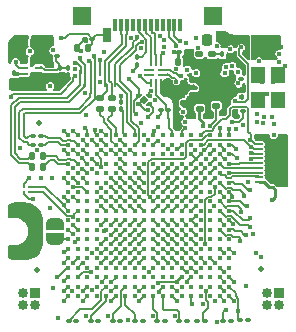
<source format=gtl>
%TF.GenerationSoftware,KiCad,Pcbnew,9.0.0*%
%TF.CreationDate,2025-03-28T20:31:48-04:00*%
%TF.ProjectId,Expansion_Card_Retrofit,45787061-6e73-4696-9f6e-5f436172645f,X1*%
%TF.SameCoordinates,Original*%
%TF.FileFunction,Copper,L1,Top*%
%TF.FilePolarity,Positive*%
%FSLAX45Y45*%
G04 Gerber Fmt 4.5, Leading zero omitted, Abs format (unit mm)*
G04 Created by KiCad (PCBNEW 9.0.0) date 2025-03-28 20:31:48*
%MOMM*%
%LPD*%
G01*
G04 APERTURE LIST*
G04 Aperture macros list*
%AMRoundRect*
0 Rectangle with rounded corners*
0 $1 Rounding radius*
0 $2 $3 $4 $5 $6 $7 $8 $9 X,Y pos of 4 corners*
0 Add a 4 corners polygon primitive as box body*
4,1,4,$2,$3,$4,$5,$6,$7,$8,$9,$2,$3,0*
0 Add four circle primitives for the rounded corners*
1,1,$1+$1,$2,$3*
1,1,$1+$1,$4,$5*
1,1,$1+$1,$6,$7*
1,1,$1+$1,$8,$9*
0 Add four rect primitives between the rounded corners*
20,1,$1+$1,$2,$3,$4,$5,0*
20,1,$1+$1,$4,$5,$6,$7,0*
20,1,$1+$1,$6,$7,$8,$9,0*
20,1,$1+$1,$8,$9,$2,$3,0*%
%AMFreePoly0*
4,1,23,0.500000,-0.750000,0.000000,-0.750000,0.000000,-0.745722,-0.065263,-0.745722,-0.191342,-0.711940,-0.304381,-0.646677,-0.396677,-0.554381,-0.461940,-0.441342,-0.495722,-0.315263,-0.495722,-0.250000,-0.500000,-0.250000,-0.500000,0.250000,-0.495722,0.250000,-0.495722,0.315263,-0.461940,0.441342,-0.396677,0.554381,-0.304381,0.646677,-0.191342,0.711940,-0.065263,0.745722,0.000000,0.745722,
0.000000,0.750000,0.500000,0.750000,0.500000,-0.750000,0.500000,-0.750000,$1*%
%AMFreePoly1*
4,1,23,0.000000,0.745722,0.065263,0.745722,0.191342,0.711940,0.304381,0.646677,0.396677,0.554381,0.461940,0.441342,0.495722,0.315263,0.495722,0.250000,0.500000,0.250000,0.500000,-0.250000,0.495722,-0.250000,0.495722,-0.315263,0.461940,-0.441342,0.396677,-0.554381,0.304381,-0.646677,0.191342,-0.711940,0.065263,-0.745722,0.000000,-0.745722,0.000000,-0.750000,-0.500000,-0.750000,
-0.500000,0.750000,0.000000,0.750000,0.000000,0.745722,0.000000,0.745722,$1*%
%AMFreePoly2*
4,1,6,0.230000,0.054289,0.020711,-0.155000,-0.230000,-0.155000,-0.230000,0.155000,0.230000,0.155000,0.230000,0.054289,0.230000,0.054289,$1*%
%AMFreePoly3*
4,1,6,0.230000,-0.054289,0.230000,-0.155000,-0.230000,-0.155000,-0.230000,0.155000,0.020711,0.155000,0.230000,-0.054289,0.230000,-0.054289,$1*%
%AMFreePoly4*
4,1,6,0.230000,-0.155000,-0.230000,-0.155000,-0.230000,-0.054289,-0.020711,0.155000,0.230000,0.155000,0.230000,-0.155000,0.230000,-0.155000,$1*%
%AMFreePoly5*
4,1,6,0.230000,-0.155000,-0.020711,-0.155000,-0.230000,0.054289,-0.230000,0.155000,0.230000,0.155000,0.230000,-0.155000,0.230000,-0.155000,$1*%
G04 Aperture macros list end*
%TA.AperFunction,BGAPad,CuDef*%
%ADD10C,0.250000*%
%TD*%
%TA.AperFunction,SMDPad,CuDef*%
%ADD11R,0.380000X1.000000*%
%TD*%
%TA.AperFunction,SMDPad,CuDef*%
%ADD12R,0.700000X1.150000*%
%TD*%
%TA.AperFunction,SMDPad,CuDef*%
%ADD13R,1.500000X1.500000*%
%TD*%
%TA.AperFunction,SMDPad,CuDef*%
%ADD14RoundRect,0.100000X-0.130000X-0.100000X0.130000X-0.100000X0.130000X0.100000X-0.130000X0.100000X0*%
%TD*%
%TA.AperFunction,SMDPad,CuDef*%
%ADD15RoundRect,0.100000X0.130000X0.100000X-0.130000X0.100000X-0.130000X-0.100000X0.130000X-0.100000X0*%
%TD*%
%TA.AperFunction,SMDPad,CuDef*%
%ADD16RoundRect,0.100000X0.100000X-0.130000X0.100000X0.130000X-0.100000X0.130000X-0.100000X-0.130000X0*%
%TD*%
%TA.AperFunction,SMDPad,CuDef*%
%ADD17RoundRect,0.140000X0.170000X-0.140000X0.170000X0.140000X-0.170000X0.140000X-0.170000X-0.140000X0*%
%TD*%
%TA.AperFunction,ComponentPad*%
%ADD18R,0.850000X0.850000*%
%TD*%
%TA.AperFunction,ComponentPad*%
%ADD19O,0.850000X0.850000*%
%TD*%
%TA.AperFunction,SMDPad,CuDef*%
%ADD20FreePoly0,270.000000*%
%TD*%
%TA.AperFunction,SMDPad,CuDef*%
%ADD21FreePoly1,270.000000*%
%TD*%
%TA.AperFunction,SMDPad,CuDef*%
%ADD22RoundRect,0.140000X-0.170000X0.140000X-0.170000X-0.140000X0.170000X-0.140000X0.170000X0.140000X0*%
%TD*%
%TA.AperFunction,SMDPad,CuDef*%
%ADD23RoundRect,0.100000X-0.100000X0.130000X-0.100000X-0.130000X0.100000X-0.130000X0.100000X0.130000X0*%
%TD*%
%TA.AperFunction,SMDPad,CuDef*%
%ADD24R,0.660000X0.220000*%
%TD*%
%TA.AperFunction,SMDPad,CuDef*%
%ADD25R,1.200000X1.400000*%
%TD*%
%TA.AperFunction,SMDPad,CuDef*%
%ADD26RoundRect,0.140000X-0.140000X-0.170000X0.140000X-0.170000X0.140000X0.170000X-0.140000X0.170000X0*%
%TD*%
%TA.AperFunction,SMDPad,CuDef*%
%ADD27RoundRect,0.093750X0.093750X0.106250X-0.093750X0.106250X-0.093750X-0.106250X0.093750X-0.106250X0*%
%TD*%
%TA.AperFunction,HeatsinkPad*%
%ADD28R,1.000000X1.600000*%
%TD*%
%TA.AperFunction,BGAPad,CuDef*%
%ADD29C,0.400000*%
%TD*%
%TA.AperFunction,SMDPad,CuDef*%
%ADD30R,0.650001X0.249999*%
%TD*%
%TA.AperFunction,SMDPad,CuDef*%
%ADD31RoundRect,0.140000X0.140000X0.170000X-0.140000X0.170000X-0.140000X-0.170000X0.140000X-0.170000X0*%
%TD*%
%TA.AperFunction,SMDPad,CuDef*%
%ADD32RoundRect,0.225000X0.225000X0.250000X-0.225000X0.250000X-0.225000X-0.250000X0.225000X-0.250000X0*%
%TD*%
%TA.AperFunction,SMDPad,CuDef*%
%ADD33C,0.500000*%
%TD*%
%TA.AperFunction,SMDPad,CuDef*%
%ADD34RoundRect,0.050000X-0.350000X-0.050000X0.350000X-0.050000X0.350000X0.050000X-0.350000X0.050000X0*%
%TD*%
%TA.AperFunction,SMDPad,CuDef*%
%ADD35RoundRect,0.050000X-0.050000X-0.325000X0.050000X-0.325000X0.050000X0.325000X-0.050000X0.325000X0*%
%TD*%
%TA.AperFunction,SMDPad,CuDef*%
%ADD36R,0.200000X0.600000*%
%TD*%
%TA.AperFunction,SMDPad,CuDef*%
%ADD37FreePoly2,0.000000*%
%TD*%
%TA.AperFunction,SMDPad,CuDef*%
%ADD38FreePoly3,0.000000*%
%TD*%
%TA.AperFunction,SMDPad,CuDef*%
%ADD39FreePoly4,0.000000*%
%TD*%
%TA.AperFunction,SMDPad,CuDef*%
%ADD40FreePoly5,0.000000*%
%TD*%
%TA.AperFunction,SMDPad,CuDef*%
%ADD41RoundRect,0.145000X0.000000X-0.205061X0.205061X0.000000X0.000000X0.205061X-0.205061X0.000000X0*%
%TD*%
%TA.AperFunction,ComponentPad*%
%ADD42C,0.600000*%
%TD*%
%TA.AperFunction,ComponentPad*%
%ADD43C,0.500000*%
%TD*%
%TA.AperFunction,ViaPad*%
%ADD44C,0.400000*%
%TD*%
%TA.AperFunction,ViaPad*%
%ADD45C,0.800000*%
%TD*%
%TA.AperFunction,ViaPad*%
%ADD46C,0.500000*%
%TD*%
%TA.AperFunction,Conductor*%
%ADD47C,0.152400*%
%TD*%
%TA.AperFunction,Conductor*%
%ADD48C,0.250000*%
%TD*%
%TA.AperFunction,Conductor*%
%ADD49C,0.254000*%
%TD*%
G04 APERTURE END LIST*
D10*
%TO.P,U11,B2,SDA*%
%TO.N,/SDA1*%
X192500Y1142500D03*
%TO.P,U11,B1,VDD*%
%TO.N,+2V5*%
X152500Y1142500D03*
%TO.P,U11,A2,SCL*%
%TO.N,/SCL1*%
X192500Y1182500D03*
%TO.P,U11,A1,VSA*%
%TO.N,GND*%
X152500Y1182500D03*
%TD*%
D11*
%TO.P,P1,A1,GND*%
%TO.N,GND*%
X925000Y2551000D03*
%TO.P,P1,A2,TX1+*%
%TO.N,/TX1_P*%
X975000Y2551000D03*
%TO.P,P1,A3,TX1-*%
%TO.N,/TX1_N*%
X1025000Y2551000D03*
%TO.P,P1,A4,VBUS*%
%TO.N,Net-(P1-VBUS-PadA4)*%
X1075000Y2551000D03*
%TO.P,P1,A5,CC*%
%TO.N,Net-(P1-CC)*%
X1125000Y2551000D03*
%TO.P,P1,A6,D+*%
%TO.N,/C_USB_DP*%
X1175000Y2551000D03*
%TO.P,P1,A7,D-*%
%TO.N,/C_USB_DN*%
X1225000Y2551000D03*
%TO.P,P1,A8,SBU1*%
%TO.N,unconnected-(P1-SBU1-PadA8)*%
X1275000Y2551000D03*
%TO.P,P1,A9,VBUS*%
%TO.N,Net-(P1-VBUS-PadA4)*%
X1325000Y2551000D03*
%TO.P,P1,A10,RX2-*%
%TO.N,/RX2_N*%
X1375000Y2551000D03*
%TO.P,P1,A11,RX2+*%
%TO.N,/RX2_P*%
X1425000Y2551000D03*
%TO.P,P1,A12,GND*%
%TO.N,GND*%
X1475000Y2551000D03*
D12*
%TO.P,P1,S1,SHIELD*%
%TO.N,Net-(P1-SHIELD)*%
X858000Y2467000D03*
%TD*%
D13*
%TO.P,TP3,1,1*%
%TO.N,GND*%
X1755000Y2625000D03*
%TD*%
%TO.P,TP1,1,1*%
%TO.N,GND*%
X645000Y2625000D03*
%TD*%
D14*
%TO.P,R32,1*%
%TO.N,/RX2_N*%
X231500Y1537500D03*
%TO.P,R32,2*%
%TO.N,/R_TX2_P*%
X295500Y1537500D03*
%TD*%
D15*
%TO.P,R13,1*%
%TO.N,Net-(U2B-IO_WA_A2{slash}~{CFG_FAILED})*%
X1683500Y50000D03*
%TO.P,R13,2*%
%TO.N,Net-(D10-K)*%
X1619500Y50000D03*
%TD*%
D14*
%TO.P,C80,1*%
%TO.N,+3V3*%
X1595500Y2017500D03*
%TO.P,C80,2*%
%TO.N,GND*%
X1659500Y2017500D03*
%TD*%
D16*
%TO.P,C56,1*%
%TO.N,+1V1*%
X2000000Y1941000D03*
%TO.P,C56,2*%
%TO.N,GND*%
X2000000Y2005000D03*
%TD*%
%TO.P,C85,1*%
%TO.N,+2V5*%
X455000Y2125500D03*
%TO.P,C85,2*%
%TO.N,Net-(U7-FB)*%
X455000Y2189500D03*
%TD*%
D17*
%TO.P,C78,1*%
%TO.N,+2V5*%
X1780000Y1868000D03*
%TO.P,C78,2*%
%TO.N,GND*%
X1780000Y1964000D03*
%TD*%
D18*
%TO.P,J4,1,Pin_1*%
%TO.N,/IO_P*%
X2306000Y285000D03*
D19*
%TO.P,J4,2,Pin_2*%
%TO.N,GND*%
X2306000Y185000D03*
%TO.P,J4,3,Pin_3*%
%TO.N,/IO_N*%
X2206000Y285000D03*
%TO.P,J4,4,Pin_4*%
%TO.N,GND*%
X2206000Y185000D03*
%TD*%
D20*
%TO.P,JP1,1,A*%
%TO.N,Net-(JP1-A)*%
X410000Y870000D03*
D21*
%TO.P,JP1,2,B*%
%TO.N,/MIC_DOUT*%
X410000Y740000D03*
%TD*%
D22*
%TO.P,C2,1*%
%TO.N,/TX1_N*%
X892500Y1933500D03*
%TO.P,C2,2*%
%TO.N,/C_TX1_N*%
X892500Y1837500D03*
%TD*%
D23*
%TO.P,R1,1*%
%TO.N,Net-(P1-CC)*%
X1110000Y2280000D03*
%TO.P,R1,2*%
%TO.N,GND*%
X1110000Y2216000D03*
%TD*%
D15*
%TO.P,C59,1*%
%TO.N,+2V5*%
X2004000Y1824000D03*
%TO.P,C59,2*%
%TO.N,GND*%
X1940000Y1824000D03*
%TD*%
D14*
%TO.P,R23,1*%
%TO.N,/CC_CFG_CTRL_EN*%
X1981000Y51000D03*
%TO.P,R23,2*%
%TO.N,GND*%
X2045000Y51000D03*
%TD*%
D24*
%TO.P,J3,1,Pin_1*%
%TO.N,+2V5*%
X2140000Y1222000D03*
%TO.P,J3,2,Pin_2*%
%TO.N,GND*%
X2311000Y1222000D03*
%TO.P,J3,3,Pin_3*%
%TO.N,Net-(J3-Pin_3)*%
X2140000Y1262000D03*
%TO.P,J3,4,Pin_4*%
%TO.N,GND*%
X2311000Y1262000D03*
%TO.P,J3,5,Pin_5*%
%TO.N,Net-(J3-Pin_5)*%
X2140000Y1302000D03*
%TO.P,J3,6,Pin_6*%
%TO.N,GND*%
X2311000Y1302000D03*
%TO.P,J3,7,Pin_7*%
%TO.N,Net-(J3-Pin_7)*%
X2140000Y1342000D03*
%TO.P,J3,8,Pin_8*%
%TO.N,GND*%
X2311000Y1342000D03*
%TO.P,J3,9,Pin_9*%
%TO.N,Net-(J3-Pin_9)*%
X2140000Y1382000D03*
%TO.P,J3,10,Pin_10*%
%TO.N,GND*%
X2311000Y1382000D03*
%TO.P,J3,11,Pin_11*%
%TO.N,Net-(J3-Pin_11)*%
X2140000Y1422000D03*
%TO.P,J3,12,Pin_12*%
%TO.N,GND*%
X2311000Y1422000D03*
%TO.P,J3,13,Pin_13*%
%TO.N,Net-(J3-Pin_13)*%
X2140000Y1462000D03*
%TO.P,J3,14,Pin_14*%
%TO.N,GND*%
X2311000Y1462000D03*
%TO.P,J3,15,Pin_15*%
%TO.N,/CFG_MD2{slash}IO_WA_A1*%
X2140000Y1502000D03*
%TO.P,J3,16,Pin_16*%
%TO.N,GND*%
X2311000Y1502000D03*
%TO.P,J3,17,Pin_17*%
%TO.N,/CFG_MD3{slash}IO_WA_B1*%
X2140000Y1542000D03*
%TO.P,J3,18,Pin_18*%
%TO.N,GND*%
X2311000Y1542000D03*
%TO.P,J3,19,Pin_19*%
X2140000Y1582000D03*
%TO.P,J3,20,Pin_20*%
X2311000Y1582000D03*
%TD*%
D14*
%TO.P,R8,1*%
%TO.N,/LED3*%
X903500Y50000D03*
%TO.P,R8,2*%
%TO.N,/K3*%
X967500Y50000D03*
%TD*%
D25*
%TO.P,Y2,1,1*%
%TO.N,Net-(U1-XIN)*%
X2131000Y2133000D03*
%TO.P,Y2,2,2*%
%TO.N,GND*%
X2131000Y1913000D03*
%TO.P,Y2,3,3*%
%TO.N,Net-(U1-XOUT)*%
X2301000Y1913000D03*
%TO.P,Y2,4,4*%
%TO.N,GND*%
X2301000Y2133000D03*
%TD*%
D14*
%TO.P,R33,1*%
%TO.N,/RX2_P*%
X231500Y1615000D03*
%TO.P,R33,2*%
%TO.N,/R_TX2_N*%
X295500Y1615000D03*
%TD*%
D26*
%TO.P,C10,1*%
%TO.N,/TX2_N*%
X217000Y1352500D03*
%TO.P,C10,2*%
%TO.N,/C_TX2_P*%
X313000Y1352500D03*
%TD*%
D27*
%TO.P,U3,1,GND*%
%TO.N,GND*%
X2217500Y2294000D03*
%TO.P,U3,2,GND*%
X2217500Y2359000D03*
%TO.P,U3,3,GND*%
X2217500Y2424000D03*
%TO.P,U3,4,IN*%
%TO.N,VBUS*%
X2040000Y2424000D03*
%TO.P,U3,5,IN*%
X2040000Y2359000D03*
%TO.P,U3,6,IN*%
X2040000Y2294000D03*
D28*
%TO.P,U3,7,GND*%
%TO.N,GND*%
X2128750Y2359000D03*
%TD*%
D14*
%TO.P,R18,1*%
%TO.N,+2V5*%
X1308000Y1835000D03*
%TO.P,R18,2*%
%TO.N,/D_EN*%
X1372000Y1835000D03*
%TD*%
D22*
%TO.P,C81,1*%
%TO.N,+3V3*%
X1505000Y1988000D03*
%TO.P,C81,2*%
%TO.N,GND*%
X1505000Y1892000D03*
%TD*%
D29*
%TO.P,U2,A1,GND*%
%TO.N,GND*%
X1887000Y258000D03*
%TO.P,U2,A2,VDD_WC*%
%TO.N,+2V5*%
X1807000Y258000D03*
%TO.P,U2,A3,IO_NA_A0*%
%TO.N,unconnected-(U2C-IO_NA_A0-PadA3)*%
X1727000Y258000D03*
%TO.P,U2,A4,IO_NA_A1*%
%TO.N,unconnected-(U2C-IO_NA_A1-PadA4)*%
X1647000Y258000D03*
%TO.P,U2,A5,VDD_NA*%
%TO.N,+2V5*%
X1567000Y258000D03*
%TO.P,U2,A6,IO_NA_A4*%
%TO.N,unconnected-(U2C-IO_NA_A4-PadA6)*%
X1487000Y258000D03*
%TO.P,U2,A7,GND*%
%TO.N,GND*%
X1407000Y258000D03*
%TO.P,U2,A8,IO_NA_A7*%
%TO.N,/LED0*%
X1327000Y258000D03*
%TO.P,U2,A9,IO_NB_B0*%
%TO.N,/LED1*%
X1247000Y258000D03*
%TO.P,U2,A10,GND*%
%TO.N,GND*%
X1167000Y258000D03*
%TO.P,U2,A11,IO_NB_B2*%
%TO.N,unconnected-(U2C-IO_NB_B2-PadA11)*%
X1087000Y258000D03*
%TO.P,U2,A12,IO_NB_B4*%
%TO.N,/LED2*%
X1007000Y258000D03*
%TO.P,U2,A13,GND*%
%TO.N,GND*%
X927000Y258000D03*
%TO.P,U2,A14,IO_NB_B7*%
%TO.N,/LED4*%
X847000Y258000D03*
%TO.P,U2,A15,IO_EB_B8*%
%TO.N,unconnected-(U2D-IO_EB_B8-PadA15)*%
X767000Y258000D03*
%TO.P,U2,A16,VDD_EB*%
%TO.N,+2V5*%
X687000Y258000D03*
%TO.P,U2,A17,IO_EB_B5*%
%TO.N,unconnected-(U2D-IO_EB_B5-PadA17)*%
X607000Y258000D03*
%TO.P,U2,A18,GND*%
%TO.N,GND*%
X527000Y258000D03*
%TO.P,U2,B1,IO_WC_A8*%
%TO.N,/CC_CFG_CTRL_EN*%
X1887000Y338000D03*
%TO.P,U2,B2,IO_WC_B8*%
%TO.N,/CC_CFG_CTRL_CLK*%
X1807000Y338000D03*
%TO.P,U2,B3,IO_NA_B0*%
%TO.N,unconnected-(U2C-IO_NA_B0-PadB3)*%
X1727000Y338000D03*
%TO.P,U2,B4,IO_NA_B1*%
%TO.N,unconnected-(U2C-IO_NA_B1-PadB4)*%
X1647000Y338000D03*
%TO.P,U2,B5,IO_NA_A2*%
%TO.N,unconnected-(U2C-IO_NA_A2-PadB5)*%
X1567000Y338000D03*
%TO.P,U2,B6,IO_NA_B4*%
%TO.N,unconnected-(U2C-IO_NA_B4-PadB6)*%
X1487000Y338000D03*
%TO.P,U2,B7,VDD_NA*%
%TO.N,+2V5*%
X1407000Y338000D03*
%TO.P,U2,B8,IO_NA_B7*%
%TO.N,/IMU_INT2*%
X1327000Y338000D03*
%TO.P,U2,B9,IO_NB_A0*%
%TO.N,unconnected-(U2C-IO_NB_A0-PadB9)*%
X1247000Y338000D03*
%TO.P,U2,B10,VDD_NB*%
%TO.N,+2V5*%
X1167000Y338000D03*
%TO.P,U2,B11,IO_NB_A2*%
%TO.N,unconnected-(U2C-IO_NB_A2-PadB11)*%
X1087000Y338000D03*
%TO.P,U2,B12,IO_NB_A4*%
%TO.N,/LED3*%
X1007000Y338000D03*
%TO.P,U2,B13,VDD_NB*%
%TO.N,+2V5*%
X927000Y338000D03*
%TO.P,U2,B14,IO_NB_A7*%
%TO.N,/LED5*%
X847000Y338000D03*
%TO.P,U2,B15,IO_EB_A8*%
%TO.N,unconnected-(U2D-IO_EB_A8-PadB15)*%
X767000Y338000D03*
%TO.P,U2,B16,GND*%
%TO.N,GND*%
X687000Y338000D03*
%TO.P,U2,B17,IO_EB_A5*%
%TO.N,unconnected-(U2D-IO_EB_A5-PadB17)*%
X607000Y338000D03*
%TO.P,U2,B18,VDD_EB*%
%TO.N,+2V5*%
X527000Y338000D03*
%TO.P,U2,C1,GND*%
%TO.N,GND*%
X1887000Y418000D03*
%TO.P,U2,C2,VDD_WC*%
%TO.N,+2V5*%
X1807000Y418000D03*
%TO.P,U2,C3,IO_WC_A7*%
%TO.N,unconnected-(U2F-IO_WC_A7-PadC3)*%
X1727000Y418000D03*
%TO.P,U2,C4,IO_WC_B7*%
%TO.N,unconnected-(U2F-IO_WC_B7-PadC4)*%
X1647000Y418000D03*
%TO.P,U2,C5,IO_NA_B2*%
%TO.N,/IMU_INT1*%
X1567000Y418000D03*
%TO.P,U2,C6,IO_NA_A3*%
%TO.N,/SDA0*%
X1487000Y418000D03*
%TO.P,U2,C7,IO_NA_A5*%
%TO.N,unconnected-(U2C-IO_NA_A5-PadC7)*%
X1407000Y418000D03*
%TO.P,U2,C8,IO_NA_A6*%
%TO.N,unconnected-(U2C-IO_NA_A6-PadC8)*%
X1327000Y418000D03*
%TO.P,U2,C9,IO_NA_A8*%
%TO.N,unconnected-(U2C-IO_NA_A8-PadC9)*%
X1247000Y418000D03*
%TO.P,U2,C10,IO_NB_B1*%
%TO.N,unconnected-(U2C-IO_NB_B1-PadC10)*%
X1167000Y418000D03*
%TO.P,U2,C11,IO_NB_B3*%
%TO.N,unconnected-(U2C-IO_NB_B3-PadC11)*%
X1087000Y418000D03*
%TO.P,U2,C12,IO_NB_B5*%
%TO.N,unconnected-(U2C-IO_NB_B5-PadC12)*%
X1007000Y418000D03*
%TO.P,U2,C13,IO_NB_B6*%
%TO.N,/SDA2*%
X927000Y418000D03*
%TO.P,U2,C14,IO_NB_B8*%
%TO.N,/SCL2*%
X847000Y418000D03*
%TO.P,U2,C15,IO_EB_B7*%
%TO.N,unconnected-(U2D-IO_EB_B7-PadC15)*%
X767000Y418000D03*
%TO.P,U2,C16,IO_EB_B6*%
%TO.N,unconnected-(U2D-IO_EB_B6-PadC16)*%
X687000Y418000D03*
%TO.P,U2,C17,IO_EB_B4*%
%TO.N,/RX1*%
X607000Y418000D03*
%TO.P,U2,C18,IO_EB_A4*%
%TO.N,/RX0*%
X527000Y418000D03*
%TO.P,U2,D1,IO_WC_A5*%
%TO.N,unconnected-(U2F-IO_WC_A5-PadD1)*%
X1887000Y498000D03*
%TO.P,U2,D2,IO_WC_B5*%
%TO.N,/CC_CFG_CTRL_VALID*%
X1807000Y498000D03*
%TO.P,U2,D3,IO_WC_A6*%
%TO.N,unconnected-(U2F-IO_WC_A6-PadD3)*%
X1727000Y498000D03*
%TO.P,U2,D4,IO_WC_B6*%
%TO.N,unconnected-(U2F-IO_WC_B6-PadD4)*%
X1647000Y498000D03*
%TO.P,U2,D5,VDD_WC*%
%TO.N,+2V5*%
X1567000Y498000D03*
%TO.P,U2,D6,IO_NA_B3*%
%TO.N,/SCL0*%
X1487000Y498000D03*
%TO.P,U2,D7,IO_NA_B5*%
%TO.N,unconnected-(U2C-IO_NA_B5-PadD7)*%
X1407000Y498000D03*
%TO.P,U2,D8,IO_NA_B6*%
%TO.N,unconnected-(U2C-IO_NA_B6-PadD8)*%
X1327000Y498000D03*
%TO.P,U2,D9,IO_NA_B8*%
%TO.N,unconnected-(U2C-IO_NA_B8-PadD9)*%
X1247000Y498000D03*
%TO.P,U2,D10,IO_NB_A1*%
%TO.N,unconnected-(U2C-IO_NB_A1-PadD10)*%
X1167000Y498000D03*
%TO.P,U2,D11,IO_NB_A3*%
%TO.N,unconnected-(U2C-IO_NB_A3-PadD11)*%
X1087000Y498000D03*
%TO.P,U2,D12,IO_NB_A5*%
%TO.N,unconnected-(U2C-IO_NB_A5-PadD12)*%
X1007000Y498000D03*
%TO.P,U2,D13,IO_NB_A6*%
%TO.N,unconnected-(U2C-IO_NB_A6-PadD13)*%
X927000Y498000D03*
%TO.P,U2,D14,IO_NB_A8*%
%TO.N,unconnected-(U2C-IO_NB_A8-PadD14)*%
X847000Y498000D03*
%TO.P,U2,D15,IO_EB_A7*%
%TO.N,unconnected-(U2D-IO_EB_A7-PadD15)*%
X767000Y498000D03*
%TO.P,U2,D16,IO_EB_A6*%
%TO.N,unconnected-(U2D-IO_EB_A6-PadD16)*%
X687000Y498000D03*
%TO.P,U2,D17,IO_EB_B2*%
%TO.N,/TX1*%
X607000Y498000D03*
%TO.P,U2,D18,IO_EB_A2*%
%TO.N,/TX0*%
X527000Y498000D03*
%TO.P,U2,E1,IO_WC_A3*%
%TO.N,unconnected-(U2F-IO_WC_A3-PadE1)*%
X1887000Y578000D03*
%TO.P,U2,E2,IO_WC_B3*%
%TO.N,unconnected-(U2F-IO_WC_B3-PadE2)*%
X1807000Y578000D03*
%TO.P,U2,E3,IO_WC_A4*%
%TO.N,/IO_P*%
X1727000Y578000D03*
%TO.P,U2,E4,IO_WC_B4*%
%TO.N,/IO_N*%
X1647000Y578000D03*
%TO.P,U2,E5,GND*%
%TO.N,GND*%
X1567000Y578000D03*
%TO.P,U2,E6,VDD_NA*%
%TO.N,+2V5*%
X1487000Y578000D03*
%TO.P,U2,E7,GND*%
%TO.N,GND*%
X1407000Y578000D03*
%TO.P,U2,E8,VDD_NA*%
%TO.N,+2V5*%
X1327000Y578000D03*
%TO.P,U2,E9,GND*%
%TO.N,GND*%
X1247000Y578000D03*
%TO.P,U2,E10,VDD_NB*%
%TO.N,+2V5*%
X1167000Y578000D03*
%TO.P,U2,E11,GND*%
%TO.N,GND*%
X1087000Y578000D03*
%TO.P,U2,E12,VDD_NB*%
%TO.N,+2V5*%
X1007000Y578000D03*
%TO.P,U2,E13,GND*%
%TO.N,GND*%
X927000Y578000D03*
%TO.P,U2,E14,VDD_EB*%
%TO.N,+2V5*%
X847000Y578000D03*
%TO.P,U2,E15,IO_EB_B3*%
%TO.N,unconnected-(U2D-IO_EB_B3-PadE15)*%
X767000Y578000D03*
%TO.P,U2,E16,IO_EB_A3*%
%TO.N,unconnected-(U2D-IO_EB_A3-PadE16)*%
X687000Y578000D03*
%TO.P,U2,E17,VDD_EB*%
%TO.N,+2V5*%
X607000Y578000D03*
%TO.P,U2,E18,GND*%
%TO.N,GND*%
X527000Y578000D03*
%TO.P,U2,F1,GND*%
X1887000Y658000D03*
%TO.P,U2,F2,VDD_WC*%
%TO.N,+2V5*%
X1807000Y658000D03*
%TO.P,U2,F3,IO_WC_A2*%
%TO.N,unconnected-(U2F-IO_WC_A2-PadF3)*%
X1727000Y658000D03*
%TO.P,U2,F4,IO_WC_B2*%
%TO.N,unconnected-(U2F-IO_WC_B2-PadF4)*%
X1647000Y658000D03*
%TO.P,U2,F5,VDD_WC*%
%TO.N,+2V5*%
X1567000Y658000D03*
%TO.P,U2,F6,GND*%
%TO.N,GND*%
X1487000Y658000D03*
%TO.P,U2,F7,VDD_NA*%
%TO.N,+2V5*%
X1407000Y658000D03*
%TO.P,U2,F8,GND*%
%TO.N,GND*%
X1327000Y658000D03*
%TO.P,U2,F9,VDD*%
%TO.N,+1V1*%
X1247000Y658000D03*
%TO.P,U2,F10,GND*%
%TO.N,GND*%
X1167000Y658000D03*
%TO.P,U2,F11,VDD_NB*%
%TO.N,+2V5*%
X1087000Y658000D03*
%TO.P,U2,F12,GND*%
%TO.N,GND*%
X1007000Y658000D03*
%TO.P,U2,F13,VDD_EB*%
%TO.N,+2V5*%
X927000Y658000D03*
%TO.P,U2,F14,GND*%
%TO.N,GND*%
X847000Y658000D03*
%TO.P,U2,F15,IO_EB_B1*%
%TO.N,unconnected-(U2D-IO_EB_B1-PadF15)*%
X767000Y658000D03*
%TO.P,U2,F16,IO_EB_A1*%
%TO.N,unconnected-(U2D-IO_EB_A1-PadF16)*%
X687000Y658000D03*
%TO.P,U2,F17,IO_EB_B0*%
%TO.N,unconnected-(U2D-IO_EB_B0-PadF17)*%
X607000Y658000D03*
%TO.P,U2,F18,IO_EB_A0*%
%TO.N,/MIC_CLK*%
X527000Y658000D03*
%TO.P,U2,G1,IO_WC_A0*%
%TO.N,unconnected-(U2F-IO_WC_A0-PadG1)*%
X1887000Y738000D03*
%TO.P,U2,G2,IO_WC_B0*%
%TO.N,unconnected-(U2F-IO_WC_B0-PadG2)*%
X1807000Y738000D03*
%TO.P,U2,G3,IO_WC_A1*%
%TO.N,unconnected-(U2F-IO_WC_A1-PadG3)*%
X1727000Y738000D03*
%TO.P,U2,G4,IO_WC_B1*%
%TO.N,unconnected-(U2F-IO_WC_B1-PadG4)*%
X1647000Y738000D03*
%TO.P,U2,G5,GND*%
%TO.N,GND*%
X1567000Y738000D03*
%TO.P,U2,G6,VDD*%
%TO.N,+1V1*%
X1487000Y738000D03*
%TO.P,U2,G7,GND*%
%TO.N,GND*%
X1407000Y738000D03*
%TO.P,U2,G8,VDD*%
%TO.N,+1V1*%
X1327000Y738000D03*
%TO.P,U2,G9,GND*%
%TO.N,GND*%
X1247000Y738000D03*
%TO.P,U2,G10,VDD*%
%TO.N,+1V1*%
X1167000Y738000D03*
%TO.P,U2,G11,GND*%
%TO.N,GND*%
X1087000Y738000D03*
%TO.P,U2,G12,VDD*%
%TO.N,+1V1*%
X1007000Y738000D03*
%TO.P,U2,G13,GND*%
%TO.N,GND*%
X927000Y738000D03*
%TO.P,U2,G14,VDD_EA*%
%TO.N,+2V5*%
X847000Y738000D03*
%TO.P,U2,G15,IO_EA_B8*%
%TO.N,unconnected-(U2D-IO_EA_B8-PadG15)*%
X767000Y738000D03*
%TO.P,U2,G16,IO_EA_A8*%
%TO.N,unconnected-(U2D-IO_EA_A8-PadG16)*%
X687000Y738000D03*
%TO.P,U2,G17,IO_EA_B7*%
%TO.N,/MIC_LR*%
X607000Y738000D03*
%TO.P,U2,G18,IO_EA_A7*%
%TO.N,/MIC_DOUT*%
X527000Y738000D03*
%TO.P,U2,H1,IO_WB_A7*%
%TO.N,/HSTX_1_P*%
X1887000Y818000D03*
%TO.P,U2,H2,IO_WB_B7*%
%TO.N,/HSTX_1_N*%
X1807000Y818000D03*
%TO.P,U2,H3,IO_WB_A8*%
%TO.N,unconnected-(U2F-IO_WB_A8-PadH3)*%
X1727000Y818000D03*
%TO.P,U2,H4,IO_WB_B8*%
%TO.N,unconnected-(U2F-IO_WB_B8-PadH4)*%
X1647000Y818000D03*
%TO.P,U2,H5,VDD_WB*%
%TO.N,+2V5*%
X1567000Y818000D03*
%TO.P,U2,H6,GND*%
%TO.N,GND*%
X1487000Y818000D03*
%TO.P,U2,H7,VDD*%
%TO.N,+1V1*%
X1407000Y818000D03*
%TO.P,U2,H8,GND*%
%TO.N,GND*%
X1327000Y818000D03*
%TO.P,U2,H9,VDD*%
%TO.N,+1V1*%
X1247000Y818000D03*
%TO.P,U2,H10,GND*%
%TO.N,GND*%
X1167000Y818000D03*
%TO.P,U2,H11,VDD*%
%TO.N,+1V1*%
X1087000Y818000D03*
%TO.P,U2,H12,GND*%
%TO.N,GND*%
X1007000Y818000D03*
%TO.P,U2,H13,VDD*%
%TO.N,+1V1*%
X927000Y818000D03*
%TO.P,U2,H14,GND*%
%TO.N,GND*%
X847000Y818000D03*
%TO.P,U2,H15,IO_EA_B6*%
%TO.N,unconnected-(U2D-IO_EA_B6-PadH15)*%
X767000Y818000D03*
%TO.P,U2,H16,IO_EA_A6*%
%TO.N,unconnected-(U2D-IO_EA_A6-PadH16)*%
X687000Y818000D03*
%TO.P,U2,H17,VDD_EA*%
%TO.N,+2V5*%
X607000Y818000D03*
%TO.P,U2,H18,GND*%
%TO.N,GND*%
X527000Y818000D03*
%TO.P,U2,J1,GND*%
X1887000Y898000D03*
%TO.P,U2,J2,VDD_WB*%
%TO.N,+2V5*%
X1807000Y898000D03*
%TO.P,U2,J3,IO_WB_A6*%
%TO.N,unconnected-(U2F-IO_WB_A6-PadJ3)*%
X1727000Y898000D03*
%TO.P,U2,J4,IO_WB_B6*%
%TO.N,unconnected-(U2F-IO_WB_B6-PadJ4)*%
X1647000Y898000D03*
%TO.P,U2,J5,GND*%
%TO.N,GND*%
X1567000Y898000D03*
%TO.P,U2,J6,VDD*%
%TO.N,+1V1*%
X1487000Y898000D03*
%TO.P,U2,J7,GND*%
%TO.N,GND*%
X1407000Y898000D03*
%TO.P,U2,J8,VDD*%
%TO.N,+1V1*%
X1327000Y898000D03*
%TO.P,U2,J9,GND*%
%TO.N,GND*%
X1247000Y898000D03*
%TO.P,U2,J10,VDD*%
%TO.N,+1V1*%
X1167000Y898000D03*
%TO.P,U2,J11,GND*%
%TO.N,GND*%
X1087000Y898000D03*
%TO.P,U2,J12,VDD*%
%TO.N,+1V1*%
X1007000Y898000D03*
%TO.P,U2,J13,GND*%
%TO.N,GND*%
X927000Y898000D03*
%TO.P,U2,J14,VDD_EA*%
%TO.N,+2V5*%
X847000Y898000D03*
%TO.P,U2,J15,IO_EA_B5*%
%TO.N,unconnected-(U2D-IO_EA_B5-PadJ15)*%
X767000Y898000D03*
%TO.P,U2,J16,IO_EA_A5*%
%TO.N,unconnected-(U2D-IO_EA_A5-PadJ16)*%
X687000Y898000D03*
%TO.P,U2,J17,IO_EA_B4*%
%TO.N,unconnected-(U2D-IO_EA_B4-PadJ17)*%
X607000Y898000D03*
%TO.P,U2,J18,IO_EA_A4*%
%TO.N,unconnected-(U2D-IO_EA_A4-PadJ18)*%
X527000Y898000D03*
%TO.P,U2,K1,IO_WB_A5*%
%TO.N,/HSTX_2_P*%
X1887000Y978000D03*
%TO.P,U2,K2,IO_WB_B5*%
%TO.N,/HSTX_2_N*%
X1807000Y978000D03*
%TO.P,U2,K3,IO_WB_A4*%
%TO.N,unconnected-(U2F-IO_WB_A4-PadK3)*%
X1727000Y978000D03*
%TO.P,U2,K4,IO_WB_B4*%
%TO.N,unconnected-(U2F-IO_WB_B4-PadK4)*%
X1647000Y978000D03*
%TO.P,U2,K5,VDD_WB*%
%TO.N,+2V5*%
X1567000Y978000D03*
%TO.P,U2,K6,GND*%
%TO.N,GND*%
X1487000Y978000D03*
%TO.P,U2,K7,VDD*%
%TO.N,+1V1*%
X1407000Y978000D03*
%TO.P,U2,K8,GND*%
%TO.N,GND*%
X1327000Y978000D03*
%TO.P,U2,K9,VDD*%
%TO.N,+1V1*%
X1247000Y978000D03*
%TO.P,U2,K10,GND*%
%TO.N,GND*%
X1167000Y978000D03*
%TO.P,U2,K11,VDD*%
%TO.N,+1V1*%
X1087000Y978000D03*
%TO.P,U2,K12,GND*%
%TO.N,GND*%
X1007000Y978000D03*
%TO.P,U2,K13,VDD*%
%TO.N,+1V1*%
X927000Y978000D03*
%TO.P,U2,K14,GND*%
%TO.N,GND*%
X847000Y978000D03*
%TO.P,U2,K15,IO_EA_B3*%
%TO.N,unconnected-(U2D-IO_EA_B3-PadK15)*%
X767000Y978000D03*
%TO.P,U2,K16,IO_EA_A3*%
%TO.N,unconnected-(U2D-IO_EA_A3-PadK16)*%
X687000Y978000D03*
%TO.P,U2,K17,IO_EA_B2*%
%TO.N,/SDA1*%
X607000Y978000D03*
%TO.P,U2,K18,IO_EA_A2*%
%TO.N,/SCL1*%
X527000Y978000D03*
%TO.P,U2,L1,IO_WB_A3*%
%TO.N,/HSTX_0_P*%
X1887000Y1058000D03*
%TO.P,U2,L2,IO_WB_B3*%
%TO.N,/HSTX_0_N*%
X1807000Y1058000D03*
%TO.P,U2,L3,IO_WB_A2*%
%TO.N,unconnected-(U2F-IO_WB_A2-PadL3)*%
X1727000Y1058000D03*
%TO.P,U2,L4,IO_WB_B2*%
%TO.N,unconnected-(U2F-IO_WB_B2-PadL4)*%
X1647000Y1058000D03*
%TO.P,U2,L5,GND*%
%TO.N,GND*%
X1567000Y1058000D03*
%TO.P,U2,L6,VDD*%
%TO.N,+1V1*%
X1487000Y1058000D03*
%TO.P,U2,L7,GND*%
%TO.N,GND*%
X1407000Y1058000D03*
%TO.P,U2,L8,VDD*%
%TO.N,+1V1*%
X1327000Y1058000D03*
%TO.P,U2,L9,GND*%
%TO.N,GND*%
X1247000Y1058000D03*
%TO.P,U2,L10,VDD*%
%TO.N,+1V1*%
X1167000Y1058000D03*
%TO.P,U2,L11,GND*%
%TO.N,GND*%
X1087000Y1058000D03*
%TO.P,U2,L12,VDD*%
%TO.N,+1V1*%
X1007000Y1058000D03*
%TO.P,U2,L13,GND*%
%TO.N,GND*%
X927000Y1058000D03*
%TO.P,U2,L14,VDD_EA*%
%TO.N,+2V5*%
X847000Y1058000D03*
%TO.P,U2,L15,IO_EA_B1*%
%TO.N,unconnected-(U2D-IO_EA_B1-PadL15)*%
X767000Y1058000D03*
%TO.P,U2,L16,IO_EA_A1*%
%TO.N,unconnected-(U2D-IO_EA_A1-PadL16)*%
X687000Y1058000D03*
%TO.P,U2,L17,VDD_EA*%
%TO.N,+2V5*%
X607000Y1058000D03*
%TO.P,U2,L18,GND*%
%TO.N,GND*%
X527000Y1058000D03*
%TO.P,U2,M1,GND*%
X1887000Y1138000D03*
%TO.P,U2,M2,VDD_WB*%
%TO.N,+2V5*%
X1807000Y1138000D03*
%TO.P,U2,M3,IO_WB_A1*%
%TO.N,unconnected-(U2F-IO_WB_A1-PadM3)*%
X1727000Y1138000D03*
%TO.P,U2,M4,IO_WB_B1*%
%TO.N,unconnected-(U2F-IO_WB_B1-PadM4)*%
X1647000Y1138000D03*
%TO.P,U2,M5,VDD_WB*%
%TO.N,+2V5*%
X1567000Y1138000D03*
%TO.P,U2,M6,GND*%
%TO.N,GND*%
X1487000Y1138000D03*
%TO.P,U2,M7,VDD*%
%TO.N,+1V1*%
X1407000Y1138000D03*
%TO.P,U2,M8,GND*%
%TO.N,GND*%
X1327000Y1138000D03*
%TO.P,U2,M9,VDD*%
%TO.N,+1V1*%
X1247000Y1138000D03*
%TO.P,U2,M10,GND*%
%TO.N,GND*%
X1167000Y1138000D03*
%TO.P,U2,M11,VDD*%
%TO.N,+1V1*%
X1087000Y1138000D03*
%TO.P,U2,M12,GND*%
%TO.N,GND*%
X1007000Y1138000D03*
%TO.P,U2,M13,VDD*%
%TO.N,+1V1*%
X927000Y1138000D03*
%TO.P,U2,M14,IO_EA_B0*%
%TO.N,unconnected-(U2D-IO_EA_B0-PadM14)*%
X847000Y1138000D03*
%TO.P,U2,M15,IO_EA_A0*%
%TO.N,unconnected-(U2D-IO_EA_A0-PadM15)*%
X767000Y1138000D03*
%TO.P,U2,M16,GND*%
%TO.N,GND*%
X687000Y1138000D03*
%TO.P,U2,M17,IO_SB_A3/SER_TX3_P*%
%TO.N,unconnected-(U2E-IO_SB_A3{slash}SER_TX3_P-PadM17)*%
X607000Y1138000D03*
%TO.P,U2,M18,IO_SB_B3/SER_TX3_N*%
%TO.N,unconnected-(U2E-IO_SB_B3{slash}SER_TX3_N-PadM18)*%
X527000Y1138000D03*
%TO.P,U2,N1,IO_WB_A0*%
%TO.N,/HSTX_3_P*%
X1887000Y1218000D03*
%TO.P,U2,N2,IO_WB_B0*%
%TO.N,/HSTX_3_N*%
X1807000Y1218000D03*
%TO.P,U2,N3,IO_WA_A8/~{SPI_CS}*%
%TO.N,Net-(J3-Pin_11)*%
X1727000Y1218000D03*
%TO.P,U2,N4,IO_WA_B8/SPI_CLK*%
%TO.N,Net-(J3-Pin_13)*%
X1647000Y1218000D03*
%TO.P,U2,N5,VDD_WA*%
%TO.N,+2V5*%
X1567000Y1218000D03*
%TO.P,U2,N6,VDD*%
%TO.N,+1V1*%
X1487000Y1218000D03*
%TO.P,U2,N7,GND*%
%TO.N,GND*%
X1407000Y1218000D03*
%TO.P,U2,N8,VDD*%
%TO.N,+1V1*%
X1327000Y1218000D03*
%TO.P,U2,N9,GND*%
%TO.N,GND*%
X1247000Y1218000D03*
%TO.P,U2,N10,VDD*%
%TO.N,+1V1*%
X1167000Y1218000D03*
%TO.P,U2,N11,VDD_SB*%
%TO.N,+2V5*%
X1087000Y1218000D03*
%TO.P,U2,N12,GND*%
%TO.N,GND*%
X1007000Y1218000D03*
%TO.P,U2,N13,VDD_SB*%
%TO.N,+2V5*%
X927000Y1218000D03*
%TO.P,U2,N14,CLK0/IO_SB_A8*%
%TO.N,unconnected-(U2E-CLK0{slash}IO_SB_A8-PadN14)*%
X847000Y1218000D03*
%TO.P,U2,N15,IO_SB_B8*%
%TO.N,unconnected-(U2E-IO_SB_B8-PadN15)*%
X767000Y1218000D03*
%TO.P,U2,N16,NC/VDD_SER*%
%TO.N,Net-(U2G-NC{slash}VDD_SER)*%
X687000Y1218000D03*
%TO.P,U2,N17,GND*%
%TO.N,GND*%
X607000Y1218000D03*
%TO.P,U2,N18,VDD_SB/SER_TERM3*%
%TO.N,Net-(R27-Pad2)*%
X527000Y1218000D03*
%TO.P,U2,P1,IO_WA_A7/SPI_D1*%
%TO.N,Net-(J3-Pin_5)*%
X1887000Y1298000D03*
%TO.P,U2,P2,IO_WA_B7/SPI_D0*%
%TO.N,Net-(J3-Pin_3)*%
X1807000Y1298000D03*
%TO.P,U2,P3,VDD_WA*%
%TO.N,+2V5*%
X1727000Y1298000D03*
%TO.P,U2,P4,GND*%
%TO.N,GND*%
X1647000Y1298000D03*
%TO.P,U2,P5,VDD_WA*%
%TO.N,+2V5*%
X1567000Y1298000D03*
%TO.P,U2,P6,VDD_SA*%
X1487000Y1298000D03*
%TO.P,U2,P7,GND*%
%TO.N,GND*%
X1407000Y1298000D03*
%TO.P,U2,P8,VDD_SA*%
%TO.N,+2V5*%
X1327000Y1298000D03*
%TO.P,U2,P9,GND*%
%TO.N,GND*%
X1247000Y1298000D03*
%TO.P,U2,P10,VDD_SA*%
%TO.N,+2V5*%
X1167000Y1298000D03*
%TO.P,U2,P11,IO_SB_A4*%
%TO.N,unconnected-(U2E-IO_SB_A4-PadP11)*%
X1087000Y1298000D03*
%TO.P,U2,P12,CLK1/IO_SB_A7*%
%TO.N,/GPIO23_GPOUT1*%
X1007000Y1298000D03*
%TO.P,U2,P13,IO_SB_B7*%
%TO.N,unconnected-(U2E-IO_SB_B7-PadP13)*%
X927000Y1298000D03*
%TO.P,U2,P14,CLK2/IO_SB_A6*%
%TO.N,unconnected-(U2E-CLK2{slash}IO_SB_A6-PadP14)*%
X847000Y1298000D03*
%TO.P,U2,P15,IO_SB_B6*%
%TO.N,unconnected-(U2E-IO_SB_B6-PadP15)*%
X767000Y1298000D03*
%TO.P,U2,P16,VDD_PLL*%
%TO.N,+1V1*%
X687000Y1298000D03*
%TO.P,U2,P17,IO_SB_A2/SER_RX3_P*%
%TO.N,unconnected-(U2E-IO_SB_A2{slash}SER_RX3_P-PadP17)*%
X607000Y1298000D03*
%TO.P,U2,P18,IO_SB_B2/SER_RX3_N*%
%TO.N,unconnected-(U2E-IO_SB_B2{slash}SER_RX3_N-PadP18)*%
X527000Y1298000D03*
%TO.P,U2,R1,IO_WA_A6/SPI_D3*%
%TO.N,Net-(J3-Pin_9)*%
X1887000Y1378000D03*
%TO.P,U2,R2,IO_WA_B6/SPI_D2*%
%TO.N,Net-(J3-Pin_7)*%
X1807000Y1378000D03*
%TO.P,U2,R3,JTAG_TCK/IO_WA_A5*%
%TO.N,/TCK*%
X1727000Y1378000D03*
%TO.P,U2,R4,IO_WA_B5/SPI_FWD*%
%TO.N,unconnected-(U2B-IO_WA_B5{slash}SPI_FWD-PadR4)*%
X1647000Y1378000D03*
%TO.P,U2,R5,CFG_MD0/IO_WA_A0*%
%TO.N,GND*%
X1567000Y1378000D03*
%TO.P,U2,R6,IO_SA_A1*%
%TO.N,unconnected-(U2E-IO_SA_A1-PadR6)*%
X1487000Y1378000D03*
%TO.P,U2,R7,IO_SA_A2*%
%TO.N,unconnected-(U2E-IO_SA_A2-PadR7)*%
X1407000Y1378000D03*
%TO.P,U2,R8,IO_SA_A4*%
%TO.N,unconnected-(U2E-IO_SA_A4-PadR8)*%
X1327000Y1378000D03*
%TO.P,U2,R9,IO_SA_A6*%
%TO.N,unconnected-(U2E-IO_SA_A6-PadR9)*%
X1247000Y1378000D03*
%TO.P,U2,R10,IO_SA_A7*%
%TO.N,unconnected-(U2E-IO_SA_A7-PadR10)*%
X1167000Y1378000D03*
%TO.P,U2,R11,IO_SB_B4*%
%TO.N,unconnected-(U2E-IO_SB_B4-PadR11)*%
X1087000Y1378000D03*
%TO.P,U2,R12,GND*%
%TO.N,GND*%
X1007000Y1378000D03*
%TO.P,U2,R13,CLK3/IO_SB_A5*%
%TO.N,unconnected-(U2E-CLK3{slash}IO_SB_A5-PadR13)*%
X927000Y1378000D03*
%TO.P,U2,R14,IO_SB_B5*%
%TO.N,unconnected-(U2E-IO_SB_B5-PadR14)*%
X847000Y1378000D03*
%TO.P,U2,R15,VDD_SB*%
%TO.N,+2V5*%
X767000Y1378000D03*
%TO.P,U2,R16,GND*%
%TO.N,GND*%
X687000Y1378000D03*
%TO.P,U2,R17,IO_SB_A1/SER_TX2_P*%
%TO.N,/C_TX2_N*%
X607000Y1378000D03*
%TO.P,U2,R18,IO_SB_B1/SER_TX2_N*%
%TO.N,/C_TX2_P*%
X527000Y1378000D03*
%TO.P,U2,T1,VDD_WA*%
%TO.N,+2V5*%
X1887000Y1458000D03*
%TO.P,U2,T2,JTAG_TDI/IO_WA_A4*%
%TO.N,/TDI*%
X1807000Y1458000D03*
%TO.P,U2,T3,JTAG_TMS/IO_WA_B4*%
%TO.N,/TMS*%
X1727000Y1458000D03*
%TO.P,U2,T4,GND*%
%TO.N,GND*%
X1647000Y1458000D03*
%TO.P,U2,T5,CFG_MD1/IO_WA_B0*%
X1567000Y1458000D03*
%TO.P,U2,T6,IO_SA_B1*%
%TO.N,unconnected-(U2E-IO_SA_B1-PadT6)*%
X1487000Y1458000D03*
%TO.P,U2,T7,IO_SA_B2*%
%TO.N,unconnected-(U2E-IO_SA_B2-PadT7)*%
X1407000Y1458000D03*
%TO.P,U2,T8,IO_SA_B4*%
%TO.N,unconnected-(U2E-IO_SA_B4-PadT8)*%
X1327000Y1458000D03*
%TO.P,U2,T9,IO_SA_B6*%
%TO.N,unconnected-(U2E-IO_SA_B6-PadT9)*%
X1247000Y1458000D03*
%TO.P,U2,T10,IO_SA_B7*%
%TO.N,unconnected-(U2E-IO_SA_B7-PadT10)*%
X1167000Y1458000D03*
%TO.P,U2,T11,GND*%
%TO.N,GND*%
X1087000Y1458000D03*
%TO.P,U2,T12,SER_CLK*%
%TO.N,/SER_CLK_P*%
X1007000Y1458000D03*
%TO.P,U2,T13,SER_CLK_N*%
%TO.N,/SER_CLK_N*%
X927000Y1458000D03*
%TO.P,U2,T14,VDD_CLK*%
%TO.N,+1V1*%
X847000Y1458000D03*
%TO.P,U2,T15,~{RESET}*%
%TO.N,/~{RST}*%
X767000Y1458000D03*
%TO.P,U2,T16,VDD_SER_PLL*%
%TO.N,+1V1*%
X687000Y1458000D03*
%TO.P,U2,T17,GND*%
%TO.N,GND*%
X607000Y1458000D03*
%TO.P,U2,T18,VDD_SB/SER_TERM3*%
%TO.N,Net-(R25-Pad2)*%
X527000Y1458000D03*
%TO.P,U2,U1,POR_EN/IO_WA_A3*%
%TO.N,/POR_EN*%
X1887000Y1538000D03*
%TO.P,U2,U2,JTAG_TDO/IO_WA_B3*%
%TO.N,/TDO*%
X1807000Y1538000D03*
%TO.P,U2,U3,VDD_WA*%
%TO.N,+2V5*%
X1727000Y1538000D03*
%TO.P,U2,U4,CFG_MD2/IO_WA_A1*%
%TO.N,/CFG_MD2{slash}IO_WA_A1*%
X1647000Y1538000D03*
%TO.P,U2,U5,IO_SA_A0*%
%TO.N,unconnected-(U2E-IO_SA_A0-PadU5)*%
X1567000Y1538000D03*
%TO.P,U2,U6,VDD_SA*%
%TO.N,+2V5*%
X1487000Y1538000D03*
%TO.P,U2,U7,IO_SA_A3*%
%TO.N,unconnected-(U2E-IO_SA_A3-PadU7)*%
X1407000Y1538000D03*
%TO.P,U2,U8,IO_SA_A5*%
%TO.N,unconnected-(U2E-IO_SA_A5-PadU8)*%
X1327000Y1538000D03*
%TO.P,U2,U9,VDD_SA*%
%TO.N,+2V5*%
X1247000Y1538000D03*
%TO.P,U2,U10,IO_SA_A8*%
%TO.N,unconnected-(U2E-IO_SA_A8-PadU10)*%
X1167000Y1538000D03*
%TO.P,U2,U11,SER_RX_P*%
%TO.N,/RX1_N*%
X1087000Y1538000D03*
%TO.P,U2,U12,VDD_SER*%
%TO.N,+1V1*%
X1007000Y1538000D03*
%TO.P,U2,U13,SER_TX_P*%
%TO.N,/C_TX1_P*%
X927000Y1538000D03*
%TO.P,U2,U14,GND/SER_RX1_P*%
%TO.N,GND*%
X847000Y1538000D03*
%TO.P,U2,U15,GND*%
X767000Y1538000D03*
%TO.P,U2,U16,GND/SER_TX1_P*%
%TO.N,Net-(U2A-GND{slash}SER_TX1_P)*%
X687000Y1538000D03*
%TO.P,U2,U17,IO_SB_A0/SER_RX2_P*%
%TO.N,/R_TX2_N*%
X607000Y1538000D03*
%TO.P,U2,U18,IO_SB_B0/SER_RX2_N*%
%TO.N,/R_TX2_P*%
X527000Y1538000D03*
%TO.P,U2,V1,GND*%
%TO.N,GND*%
X1887000Y1618000D03*
%TO.P,U2,V2,IO_WA_A2/~{CFG_FAILED}*%
%TO.N,Net-(U2B-IO_WA_A2{slash}~{CFG_FAILED})*%
X1807000Y1618000D03*
%TO.P,U2,V3,IO_WA_B2/CFG_DONE*%
%TO.N,Net-(U2B-IO_WA_B2{slash}CFG_DONE)*%
X1727000Y1618000D03*
%TO.P,U2,V4,CFG_MD3/IO_WA_B1*%
%TO.N,/CFG_MD3{slash}IO_WA_B1*%
X1647000Y1618000D03*
%TO.P,U2,V5,IO_SA_B0*%
%TO.N,unconnected-(U2E-IO_SA_B0-PadV5)*%
X1567000Y1618000D03*
%TO.P,U2,V6,GND*%
%TO.N,GND*%
X1487000Y1618000D03*
%TO.P,U2,V7,IO_SA_B3*%
%TO.N,/D_EN*%
X1407000Y1618000D03*
%TO.P,U2,V8,IO_SA_B5*%
%TO.N,unconnected-(U2E-IO_SA_B5-PadV8)*%
X1327000Y1618000D03*
%TO.P,U2,V9,GND*%
%TO.N,GND*%
X1247000Y1618000D03*
%TO.P,U2,V10,IO_SA_B8*%
%TO.N,unconnected-(U2E-IO_SA_B8-PadV10)*%
X1167000Y1618000D03*
%TO.P,U2,V11,SER_RX_N*%
%TO.N,/RX1_P*%
X1087000Y1618000D03*
%TO.P,U2,V12,SER_RTERM*%
%TO.N,Net-(U2A-SER_RTERM)*%
X1007000Y1618000D03*
%TO.P,U2,V13,SER_TX_N*%
%TO.N,/C_TX1_N*%
X927000Y1618000D03*
%TO.P,U2,V14,GND/SER_RX1_N*%
%TO.N,GND*%
X847000Y1618000D03*
%TO.P,U2,V15,POR_ADJ*%
%TO.N,Net-(U2H-POR_ADJ)*%
X767000Y1618000D03*
%TO.P,U2,V16,GND/SER_TX1_N*%
%TO.N,Net-(U2A-GND{slash}SER_TX1_N)*%
X687000Y1618000D03*
%TO.P,U2,V17,VDD_SER*%
%TO.N,+1V1*%
X607000Y1618000D03*
%TO.P,U2,V18,GND*%
%TO.N,GND*%
X527000Y1618000D03*
%TD*%
D22*
%TO.P,C54,1*%
%TO.N,+1V1*%
X1637000Y2309000D03*
%TO.P,C54,2*%
%TO.N,GND*%
X1637000Y2213000D03*
%TD*%
D30*
%TO.P,U7,1,VIN*%
%TO.N,VBUS*%
X152500Y2290000D03*
%TO.P,U7,2,VIN*%
X152500Y2240000D03*
%TO.P,U7,3,EN*%
%TO.N,/power_supply/PG_1V1*%
X152500Y2190000D03*
%TO.P,U7,4,PG*%
%TO.N,/power_supply/PG_2V5*%
X152500Y2140000D03*
%TO.P,U7,5,VOUT*%
%TO.N,+2V5*%
X152500Y2090000D03*
%TO.P,U7,6,VOUT*%
X277500Y2090000D03*
%TO.P,U7,7,VOUT*%
X277500Y2140000D03*
%TO.P,U7,8,FB*%
%TO.N,Net-(U7-FB)*%
X277500Y2190000D03*
%TO.P,U7,9,GND*%
%TO.N,GND*%
X277500Y2240000D03*
%TO.P,U7,10,GND*%
X277500Y2290000D03*
%TD*%
D14*
%TO.P,C62,1*%
%TO.N,+2V5*%
X1466000Y2324000D03*
%TO.P,C62,2*%
%TO.N,GND*%
X1530000Y2324000D03*
%TD*%
D31*
%TO.P,C1,1*%
%TO.N,Net-(P1-SHIELD)*%
X692000Y2356000D03*
%TO.P,C1,2*%
%TO.N,GND*%
X596000Y2356000D03*
%TD*%
D22*
%TO.P,C58,1*%
%TO.N,+2V5*%
X1746000Y2305000D03*
%TO.P,C58,2*%
%TO.N,GND*%
X1746000Y2209000D03*
%TD*%
D17*
%TO.P,C55,1*%
%TO.N,+1V1*%
X1640000Y1842000D03*
%TO.P,C55,2*%
%TO.N,GND*%
X1640000Y1938000D03*
%TD*%
D23*
%TO.P,C61,1*%
%TO.N,+2V5*%
X1829000Y2304000D03*
%TO.P,C61,2*%
%TO.N,GND*%
X1829000Y2240000D03*
%TD*%
D14*
%TO.P,R5,1*%
%TO.N,/LED0*%
X1465500Y50000D03*
%TO.P,R5,2*%
%TO.N,/K0*%
X1529500Y50000D03*
%TD*%
D32*
%TO.P,TH1,1*%
%TO.N,VBUS*%
X1857500Y2425000D03*
%TO.P,TH1,2*%
%TO.N,Net-(P1-VBUS-PadA4)*%
X1702500Y2425000D03*
%TD*%
D14*
%TO.P,R37,1*%
%TO.N,/LED5*%
X528000Y50000D03*
%TO.P,R37,2*%
%TO.N,/K5*%
X592000Y50000D03*
%TD*%
D33*
%TO.P,FID5,*%
%TO.N,*%
X2160000Y485000D03*
%TD*%
D14*
%TO.P,R36,1*%
%TO.N,/LED4*%
X715500Y50000D03*
%TO.P,R36,2*%
%TO.N,/K4*%
X779500Y50000D03*
%TD*%
D34*
%TO.P,U5,1,DM_1*%
%TO.N,unconnected-(U5-DM_1-Pad1)*%
X1210000Y2172000D03*
%TO.P,U5,2,DP_1*%
%TO.N,unconnected-(U5-DP_1-Pad2)*%
X1210000Y2132000D03*
D35*
%TO.P,U5,3,OE_N*%
%TO.N,GND*%
X1230000Y2064500D03*
%TO.P,U5,4,S*%
%TO.N,/D_EN*%
X1270000Y2064500D03*
%TO.P,U5,5,VDD*%
%TO.N,+3V3*%
X1310000Y2064500D03*
D34*
%TO.P,U5,6,DP_2*%
%TO.N,/USB_DP*%
X1330000Y2132000D03*
%TO.P,U5,7,DM_2*%
%TO.N,/USB_DN*%
X1330000Y2172000D03*
D35*
%TO.P,U5,8,GND*%
%TO.N,GND*%
X1310000Y2239500D03*
%TO.P,U5,9,DM*%
%TO.N,/C_USB_DN*%
X1270000Y2239500D03*
%TO.P,U5,10,DP*%
%TO.N,/C_USB_DP*%
X1230000Y2239500D03*
%TD*%
D33*
%TO.P,FID6,*%
%TO.N,*%
X264500Y475000D03*
%TD*%
D14*
%TO.P,R14,1*%
%TO.N,Net-(U2B-IO_WA_B2{slash}CFG_DONE)*%
X1840000Y50000D03*
%TO.P,R14,2*%
%TO.N,Net-(D11-A)*%
X1904000Y50000D03*
%TD*%
%TO.P,R6,1*%
%TO.N,/LED1*%
X1278500Y50000D03*
%TO.P,R6,2*%
%TO.N,/K1*%
X1342500Y50000D03*
%TD*%
D15*
%TO.P,R10,1*%
%TO.N,Net-(U7-FB)*%
X432000Y2290000D03*
%TO.P,R10,2*%
%TO.N,GND*%
X368000Y2290000D03*
%TD*%
D18*
%TO.P,J1,1,Pin_1*%
%TO.N,/RUN*%
X242000Y285000D03*
D19*
%TO.P,J1,2,Pin_2*%
%TO.N,/~{FLASH_CS}*%
X242000Y185000D03*
%TO.P,J1,3,Pin_3*%
%TO.N,GND*%
X142000Y285000D03*
%TO.P,J1,4,Pin_4*%
X142000Y185000D03*
%TD*%
D15*
%TO.P,R2,1*%
%TO.N,Net-(P1-SHIELD)*%
X731000Y2437000D03*
%TO.P,R2,2*%
%TO.N,GND*%
X667000Y2437000D03*
%TD*%
%TO.P,C60,1*%
%TO.N,+2V5*%
X1985000Y2091000D03*
%TO.P,C60,2*%
%TO.N,GND*%
X1921000Y2091000D03*
%TD*%
D14*
%TO.P,R7,1*%
%TO.N,/LED2*%
X1091000Y50000D03*
%TO.P,R7,2*%
%TO.N,/K2*%
X1155000Y50000D03*
%TD*%
D17*
%TO.P,C84,1*%
%TO.N,+2V5*%
X372500Y2117000D03*
%TO.P,C84,2*%
%TO.N,GND*%
X372500Y2213000D03*
%TD*%
D26*
%TO.P,C83,1*%
%TO.N,VBUS*%
X150000Y2405000D03*
%TO.P,C83,2*%
%TO.N,GND*%
X246000Y2405000D03*
%TD*%
D36*
%TO.P,D9,1,K1*%
%TO.N,/RX1_N*%
X965000Y2145000D03*
%TO.P,D9,2,K2*%
%TO.N,/TX1_N*%
X875000Y2145000D03*
%TO.P,D9,3,A*%
%TO.N,GND*%
X795000Y2145000D03*
%TO.P,D9,4,K3*%
%TO.N,/RX2_N*%
X715000Y2145000D03*
%TO.P,D9,5,K4*%
%TO.N,/TX2_N*%
X625000Y2145000D03*
%TO.P,D9,6,K5*%
%TO.N,/TX2_P*%
X665000Y2050000D03*
%TO.P,D9,7,K6*%
%TO.N,/RX2_P*%
X755000Y2050000D03*
%TO.P,D9,8,K7*%
%TO.N,/TX1_P*%
X835000Y2050000D03*
%TO.P,D9,9,K8*%
%TO.N,/RX1_P*%
X925000Y2050000D03*
%TD*%
D37*
%TO.P,U6,1,OUT*%
%TO.N,+3V3*%
X1127000Y1947500D03*
D38*
%TO.P,U6,2,GND*%
%TO.N,GND*%
X1127000Y1882500D03*
D39*
%TO.P,U6,3,EN*%
%TO.N,/power_supply/PG_2V5*%
X1213000Y1882500D03*
D40*
%TO.P,U6,4,IN*%
%TO.N,VBUS*%
X1213000Y1947500D03*
D41*
%TO.P,U6,5,Pad*%
%TO.N,GND*%
X1170000Y1915000D03*
%TD*%
D22*
%TO.P,C3,1*%
%TO.N,/TX1_P*%
X797500Y1933500D03*
%TO.P,C3,2*%
%TO.N,/C_TX1_P*%
X797500Y1837500D03*
%TD*%
D33*
%TO.P,FID4,*%
%TO.N,*%
X280000Y1725000D03*
%TD*%
D26*
%TO.P,C9,1*%
%TO.N,/TX2_P*%
X216500Y1445000D03*
%TO.P,C9,2*%
%TO.N,/C_TX2_N*%
X312500Y1445000D03*
%TD*%
D16*
%TO.P,R9,1*%
%TO.N,+2V5*%
X527500Y2125000D03*
%TO.P,R9,2*%
%TO.N,Net-(U7-FB)*%
X527500Y2189000D03*
%TD*%
%TO.P,R11,1*%
%TO.N,+2V5*%
X70000Y2078000D03*
%TO.P,R11,2*%
%TO.N,/power_supply/PG_2V5*%
X70000Y2142000D03*
%TD*%
D26*
%TO.P,C79,1*%
%TO.N,+2V5*%
X1452000Y2243000D03*
%TO.P,C79,2*%
%TO.N,GND*%
X1548000Y2243000D03*
%TD*%
D16*
%TO.P,R21,1*%
%TO.N,Net-(U2A-SER_RTERM)*%
X975000Y1840500D03*
%TO.P,R21,2*%
%TO.N,GND*%
X975000Y1904500D03*
%TD*%
D42*
%TO.P,U1,61,GND*%
%TO.N,GND*%
X1845000Y2082500D03*
D43*
X1707500Y2082500D03*
X1570000Y2082500D03*
D42*
X1845000Y1945000D03*
X1707500Y1945000D03*
X1570000Y1945000D03*
X1845000Y1807500D03*
X1707500Y1807500D03*
X1570000Y1807500D03*
%TD*%
D44*
%TO.N,GND*%
X1740000Y2155000D03*
%TO.N,/HSTX_0_P*%
X1914283Y2204657D03*
%TO.N,/TCK*%
X1864973Y2196382D03*
%TO.N,/TDI*%
X1850000Y2145160D03*
%TO.N,/HSTX_0_N*%
X1963781Y2155159D03*
%TO.N,/TX0*%
X1437500Y2180113D03*
%TO.N,GND*%
X1300000Y2460000D03*
X1517656Y1678906D03*
%TO.N,+3V3*%
X1468000Y1686000D03*
%TO.N,GND*%
X830960Y808083D03*
X807000Y1018000D03*
D45*
X75000Y630000D03*
X225000Y705000D03*
X225000Y905000D03*
X75000Y980000D03*
D44*
X487000Y1098000D03*
X487000Y1658000D03*
X727000Y1578000D03*
X2270000Y1715000D03*
X565000Y782500D03*
X373000Y2035000D03*
X2342000Y1232000D03*
X1367500Y1502500D03*
X1324000Y2316000D03*
X2342000Y1319000D03*
X887000Y858000D03*
X1287000Y1098000D03*
X380000Y2440000D03*
X1927000Y378000D03*
X1287000Y698000D03*
X967000Y618000D03*
X792780Y2253709D03*
X1056000Y2442000D03*
X1047000Y538000D03*
X567000Y1498000D03*
X2031000Y341000D03*
X1367000Y1018000D03*
X887000Y1098000D03*
X1447000Y218000D03*
X1447000Y858000D03*
X1287000Y538000D03*
X1687000Y1338000D03*
X1250000Y1658000D03*
X1607500Y1415000D03*
X1607000Y538000D03*
X1786840Y40003D03*
X569119Y1182301D03*
X967000Y1418000D03*
X887000Y218000D03*
X1047000Y858000D03*
X1447000Y1098000D03*
X1127000Y778000D03*
X807000Y1658000D03*
X1927000Y218000D03*
X561151Y301261D03*
X487000Y538000D03*
X1127000Y1018000D03*
X2117500Y622500D03*
X630000Y2329000D03*
D46*
X1798650Y2672450D03*
D44*
X567000Y1258000D03*
X887000Y538000D03*
D46*
X598500Y2672450D03*
D44*
X1127000Y218000D03*
X1285771Y1691968D03*
X2360000Y2205000D03*
X807000Y618000D03*
X1367000Y618000D03*
X1137278Y2121722D03*
X925000Y2551000D03*
X325000Y2440000D03*
X1287000Y858000D03*
X1367000Y778000D03*
X967000Y1258000D03*
X1447000Y538000D03*
X1668000Y193000D03*
X2090000Y785000D03*
X2050000Y1225000D03*
X1527000Y778000D03*
X887000Y698000D03*
X1367000Y1178000D03*
X1527000Y1018000D03*
X1920000Y865000D03*
X568000Y1338000D03*
X1447000Y698000D03*
X1047000Y1098000D03*
X1127000Y618000D03*
X1915624Y1099191D03*
X1287000Y1258000D03*
X975000Y1952500D03*
X1142092Y2359000D03*
X647000Y298000D03*
X580000Y2178000D03*
X2159000Y584000D03*
X1610000Y932500D03*
X1287000Y1338000D03*
X1075000Y2160250D03*
X1200000Y1833080D03*
X1883160Y1675000D03*
X807000Y1168266D03*
X2290000Y2425000D03*
X487000Y218000D03*
D46*
X693750Y2672450D03*
D44*
X1127000Y1178000D03*
X1607000Y1098000D03*
D46*
X1709750Y2672450D03*
D44*
X1047000Y698000D03*
X385000Y1260000D03*
X1955070Y1782620D03*
X1527000Y1178000D03*
X2263000Y2072500D03*
X676000Y1789000D03*
X2173296Y1720725D03*
X2342000Y1401000D03*
X2045000Y51000D03*
X117120Y1512120D03*
X1927000Y618000D03*
X679207Y2417000D03*
X2210379Y1972100D03*
X807000Y1578000D03*
X1607000Y858000D03*
X725000Y618000D03*
X967000Y1018000D03*
X642847Y1423962D03*
X2330000Y2367000D03*
X1475000Y2551000D03*
X1447000Y1258000D03*
X967000Y1178000D03*
X967000Y778000D03*
X197500Y1255000D03*
X1447000Y1338000D03*
X1527000Y618000D03*
X1047000Y1498000D03*
X1607000Y698000D03*
%TO.N,VBUS*%
X80000Y2392000D03*
X2040000Y2294000D03*
X38288Y2337862D03*
X1225368Y1997000D03*
X2040000Y2424000D03*
X1975000Y2420000D03*
%TO.N,/USB_DP*%
X1441287Y2073787D03*
%TO.N,Net-(D10-K)*%
X1619500Y50000D03*
%TO.N,/SCL1*%
X487222Y1027706D03*
%TO.N,Net-(U1-XIN)*%
X2167000Y2072500D03*
%TO.N,Net-(U1-XOUT)*%
X2265500Y1930000D03*
%TO.N,/K0*%
X1529500Y50000D03*
%TO.N,/K1*%
X1342500Y50000D03*
%TO.N,/K2*%
X1155000Y50000D03*
%TO.N,/K3*%
X967500Y50000D03*
%TO.N,/GPIO23_GPOUT1*%
X967000Y1338000D03*
%TO.N,Net-(P1-VBUS-PadA4)*%
X1702500Y2425000D03*
X1075000Y2551000D03*
X1325000Y2551000D03*
%TO.N,/CC_CFG_CTRL_EN*%
X1597266Y1498000D03*
X1960000Y127500D03*
%TO.N,/TX2_P*%
X1338000Y2364000D03*
X623713Y2273713D03*
%TO.N,/CC_CFG_CTRL_CLK*%
X1847000Y298000D03*
X1757266Y1018000D03*
%TO.N,/CC_CFG_CTRL_VALID*%
X1847500Y457500D03*
X1688983Y1418434D03*
%TO.N,Net-(D11-A)*%
X1904000Y50000D03*
%TO.N,Net-(U2H-POR_ADJ)*%
X753894Y1660887D03*
%TO.N,/power_supply/PG_2V5*%
X795000Y2070192D03*
X92500Y2140000D03*
X1204000Y1771896D03*
%TO.N,/TX2_N*%
X581287Y2231287D03*
X1338000Y2424000D03*
%TO.N,/RUN*%
X1513000Y1732000D03*
%TO.N,+1V1*%
X967000Y698000D03*
X1447000Y778000D03*
X887000Y778000D03*
X807000Y1498000D03*
X1447000Y1178000D03*
X1625000Y2355000D03*
X645776Y1334480D03*
X1287000Y778000D03*
X1367000Y858000D03*
X1497500Y1817500D03*
X1527000Y1258000D03*
X1047000Y1018000D03*
X647000Y1498000D03*
X1527000Y1098000D03*
X1527000Y698000D03*
X1047000Y1178000D03*
X1367000Y1098000D03*
X1287000Y618000D03*
X1287000Y1178000D03*
X1127000Y858000D03*
X1985000Y1945000D03*
X1367000Y698000D03*
X1447000Y1018000D03*
X1367000Y1258000D03*
X1047000Y778000D03*
X725000Y1330000D03*
X887000Y1178000D03*
X200000Y2330000D03*
X1127000Y1258000D03*
X567000Y1658000D03*
X1287000Y1018000D03*
X967000Y1098000D03*
X967000Y1578000D03*
X887000Y1018000D03*
X1127000Y698000D03*
X1527000Y858000D03*
X1127000Y1098000D03*
X967000Y858000D03*
X400000Y2337500D03*
X1667500Y1694220D03*
%TO.N,/RX2_P*%
X1467768Y2417752D03*
X743713Y2291213D03*
%TO.N,/USB_DN*%
X1483713Y2116213D03*
%TO.N,/RX1_N*%
X1149311Y2411191D03*
%TO.N,Net-(P1-SHIELD)*%
X1524169Y2403041D03*
X466576Y2445544D03*
%TO.N,/RX2_N*%
X1437392Y2373137D03*
X701287Y2248787D03*
%TO.N,Net-(U2B-IO_WA_A2{slash}~{CFG_FAILED})*%
X1690000Y297500D03*
X1770000Y1180000D03*
X1807500Y1680000D03*
X1687500Y700000D03*
%TO.N,+3V3*%
X1097694Y1800823D03*
X1197266Y1578000D03*
X1040000Y2095000D03*
X1440000Y1965000D03*
%TO.N,/TDI*%
X1850000Y1418000D03*
%TO.N,/TX1*%
X1607160Y2446000D03*
X649000Y534000D03*
%TO.N,/TMS*%
X1899199Y2350503D03*
X1762184Y1494500D03*
%TO.N,/RX1*%
X720000Y459000D03*
X1610000Y2145000D03*
%TO.N,/~{RST}*%
X807000Y1348000D03*
X1940000Y1905000D03*
X1990123Y2362514D03*
%TO.N,/TX0*%
X430000Y415000D03*
%TO.N,/HSTX_3_N*%
X1945164Y1675000D03*
X2017751Y1102751D03*
%TO.N,/HSTX_0_N*%
X2185000Y1769500D03*
X1986329Y972853D03*
%TO.N,/HSTX_1_N*%
X2310000Y2240000D03*
X1980970Y727426D03*
%TO.N,/HSTX_1_P*%
X2310000Y2310000D03*
X2030467Y776924D03*
%TO.N,/HSTX_0_P*%
X2255000Y1769500D03*
X2035826Y1022350D03*
%TO.N,/HSTX_2_P*%
X2066407Y914824D03*
X2121042Y1800000D03*
%TO.N,/HSTX_2_N*%
X2121042Y1730000D03*
X2066407Y844824D03*
%TO.N,/RX0*%
X490000Y385000D03*
X1535000Y2175000D03*
%TO.N,/HSTX_3_P*%
X2003763Y1706068D03*
X2067249Y1152249D03*
%TO.N,/TDO*%
X1842600Y1496702D03*
X1785000Y2376000D03*
%TO.N,/TCK*%
X1766684Y1415904D03*
%TO.N,+2V5*%
X807000Y698000D03*
X1607000Y1018000D03*
X1207694Y459220D03*
X1607000Y1178000D03*
X567000Y855000D03*
X1032500Y55000D03*
X1447000Y618000D03*
X887000Y298000D03*
X567000Y1098000D03*
X2140000Y2248840D03*
X392500Y327500D03*
X317500Y2050000D03*
X1610000Y460000D03*
X647000Y218000D03*
X1827500Y2307500D03*
X102500Y2017500D03*
X1767000Y1338000D03*
X295000Y1255000D03*
X227500Y1082500D03*
X1764780Y212500D03*
X1527000Y538000D03*
X670000Y1975000D03*
X1127000Y538000D03*
X830000Y2327500D03*
X1285550Y1775506D03*
X487000Y298000D03*
X1450000Y1502500D03*
X1261708Y1915610D03*
X1127000Y1338000D03*
X42500Y2017500D03*
X1572000Y193000D03*
X2265679Y1623869D03*
X490000Y2075000D03*
X264821Y1491431D03*
X1140000Y1724000D03*
X1047000Y618000D03*
X1951000Y1423000D03*
X1679220Y1498100D03*
X1847000Y218000D03*
X2255023Y1070214D03*
X1724220Y1694220D03*
X1607000Y618000D03*
X1367000Y1338000D03*
X727470Y1416052D03*
X807000Y538000D03*
X1915108Y1731163D03*
X1527000Y1338000D03*
X567000Y538000D03*
X807000Y1098000D03*
X1427720Y92491D03*
X1607000Y1338000D03*
X437000Y71000D03*
X1847000Y618000D03*
X807000Y858000D03*
X1047000Y1258000D03*
X1607000Y1258000D03*
X1447000Y298000D03*
X887000Y1258000D03*
X1966425Y2057241D03*
X727000Y307734D03*
X1127000Y298000D03*
X1287500Y1570000D03*
X1607000Y778000D03*
X1847000Y858000D03*
X865720Y92156D03*
X674512Y89070D03*
X887000Y618000D03*
X1847000Y378000D03*
X375000Y1005000D03*
X967000Y538000D03*
X1367000Y538000D03*
X1847500Y1097500D03*
X1240720Y92156D03*
X1417204Y2326192D03*
%TO.N,/POR_EN*%
X1948637Y1501216D03*
%TO.N,Net-(U2B-IO_WA_B2{slash}CFG_DONE)*%
X1860187Y139209D03*
X1216734Y1098000D03*
%TO.N,/~{FLASH_CS}*%
X40000Y1945000D03*
X584840Y2120000D03*
%TO.N,/SER_CLK_P*%
X967000Y1498000D03*
%TO.N,/SER_CLK_N*%
X887000Y1498000D03*
%TO.N,/RX1_P*%
X1106884Y2453617D03*
%TO.N,Net-(U2A-GND{slash}SER_TX1_N)*%
X666752Y1680720D03*
%TO.N,Net-(R25-Pad2)*%
X487000Y1498000D03*
%TO.N,Net-(R27-Pad2)*%
X487000Y1258000D03*
%TO.N,Net-(U2A-GND{slash}SER_TX1_P)*%
X647000Y1578000D03*
%TO.N,Net-(U2G-NC{slash}VDD_SER)*%
X647000Y1255000D03*
%TO.N,/power_supply/PG_1V1*%
X80000Y2237000D03*
%TO.N,/K4*%
X779500Y50000D03*
%TO.N,/CFG_MD2{slash}IO_WA_A1*%
X2075306Y1522158D03*
%TO.N,/CFG_MD3{slash}IO_WA_B1*%
X2068758Y1580100D03*
%TO.N,Net-(J3-Pin_13)*%
X1687000Y1258000D03*
X2073426Y1472033D03*
%TO.N,Net-(J3-Pin_11)*%
X2077100Y1419780D03*
X1767000Y1258000D03*
%TO.N,/IO_N*%
X1687000Y538000D03*
%TO.N,/IO_P*%
X1767000Y538000D03*
%TO.N,/SDA0*%
X1444880Y375880D03*
X1288837Y370552D03*
%TO.N,/SCL0*%
X1530000Y458000D03*
%TO.N,/IMU_INT2*%
X1290000Y295000D03*
%TO.N,/IMU_INT1*%
X1535000Y378203D03*
%TO.N,/MIC_CLK*%
X487500Y627500D03*
%TO.N,Net-(JP1-A)*%
X390000Y865000D03*
%TO.N,/MIC_LR*%
X578962Y713962D03*
%TO.N,/SDA1*%
X568998Y930494D03*
%TO.N,/SDA2*%
X890000Y375000D03*
%TO.N,/SCL2*%
X810000Y377500D03*
%TO.N,/K5*%
X592000Y50000D03*
%TD*%
D47*
%TO.N,+2V5*%
X1887000Y1458000D02*
X1916000Y1458000D01*
X1916000Y1458000D02*
X1951000Y1423000D01*
%TO.N,Net-(U2B-IO_WA_B2{slash}CFG_DONE)*%
X1840000Y50000D02*
X1840000Y119022D01*
X1840000Y119022D02*
X1860187Y139209D01*
%TO.N,/SCL0*%
X1527000Y458000D02*
X1530000Y458000D01*
X1487000Y498000D02*
X1527000Y458000D01*
%TO.N,+2V5*%
X1605000Y460000D02*
X1610000Y460000D01*
X1567000Y498000D02*
X1605000Y460000D01*
%TO.N,GND*%
X837083Y808083D02*
X830960Y808083D01*
X847000Y818000D02*
X837083Y808083D01*
X1563908Y2227092D02*
X1548000Y2243000D01*
%TO.N,+3V3*%
X1085780Y1906280D02*
X1085780Y1812738D01*
X1127000Y1947500D02*
X1085780Y1906280D01*
X1085780Y1812738D02*
X1097694Y1800823D01*
%TO.N,/power_supply/PG_2V5*%
X1213000Y1882500D02*
X1247620Y1847880D01*
X1247620Y1847880D02*
X1247620Y1815516D01*
X1247620Y1815516D02*
X1204000Y1771896D01*
%TO.N,GND*%
X2322000Y2359000D02*
X2330000Y2367000D01*
X2217500Y2359000D02*
X2322000Y2359000D01*
D48*
%TO.N,+1V1*%
X1667500Y1694220D02*
X1667500Y1727500D01*
X1667500Y1727500D02*
X1635000Y1760000D01*
X1635000Y1760000D02*
X1635000Y1830000D01*
D49*
%TO.N,GND*%
X1629000Y1927000D02*
X1588000Y1927000D01*
X1588000Y1927000D02*
X1570000Y1945000D01*
X1640000Y1938000D02*
X1651000Y1927000D01*
D48*
%TO.N,+1V1*%
X1635000Y1830000D02*
X1640000Y1835000D01*
X1640000Y1835000D02*
X1640000Y1842000D01*
D49*
%TO.N,GND*%
X1640000Y1938000D02*
X1629000Y1927000D01*
X1651000Y1927000D02*
X1689500Y1927000D01*
X1689500Y1927000D02*
X1707500Y1945000D01*
D47*
%TO.N,+3V3*%
X1532000Y2030000D02*
X1505000Y2003000D01*
X1595500Y2017500D02*
X1595500Y2022500D01*
X1588000Y2030000D02*
X1532000Y2030000D01*
X1595500Y2022500D02*
X1588000Y2030000D01*
X1505000Y2003000D02*
X1505000Y1988000D01*
D49*
%TO.N,GND*%
X1659500Y2017500D02*
X1659500Y2034500D01*
X1659500Y2034500D02*
X1707500Y2082500D01*
D47*
%TO.N,+2V5*%
X1279000Y1570000D02*
X1287500Y1570000D01*
X1247000Y1538000D02*
X1279000Y1570000D01*
%TO.N,/power_supply/PG_1V1*%
X152500Y2190000D02*
X112500Y2190000D01*
X112500Y2190000D02*
X85500Y2217000D01*
X85500Y2217000D02*
X85500Y2231500D01*
X85500Y2231500D02*
X80000Y2237000D01*
%TO.N,Net-(U2B-IO_WA_A2{slash}~{CFG_FAILED})*%
X1690000Y297500D02*
X1690000Y285266D01*
X1690000Y285266D02*
X1689120Y284386D01*
X1689120Y284386D02*
X1689120Y226595D01*
X1689120Y226595D02*
X1710000Y205715D01*
X1710000Y205715D02*
X1710000Y155000D01*
X1670000Y63500D02*
X1683500Y50000D01*
X1710000Y155000D02*
X1670000Y115000D01*
X1670000Y115000D02*
X1670000Y63500D01*
%TO.N,/~{FLASH_CS}*%
X40000Y1945000D02*
X40000Y1955000D01*
X570160Y2078660D02*
X570160Y2105320D01*
X570160Y2105320D02*
X584840Y2120000D01*
X40000Y1955000D02*
X55000Y1970000D01*
X55000Y1970000D02*
X461500Y1970000D01*
X461500Y1970000D02*
X570160Y2078660D01*
%TO.N,GND*%
X1886332Y1671828D02*
X1886332Y1625168D01*
X2372280Y1542000D02*
X2372280Y1501000D01*
X1746000Y2209000D02*
X1641000Y2209000D01*
X1547000Y2244000D02*
X1547000Y2307000D01*
X847000Y1538000D02*
X807000Y1578000D01*
X2370280Y1302000D02*
X2372280Y1300000D01*
X1708500Y1946000D02*
X1707500Y1945000D01*
X1853500Y2091000D02*
X1845000Y2082500D01*
X1604000Y1415000D02*
X1567000Y1378000D01*
X1567000Y1378000D02*
X1564000Y1375000D01*
X642847Y1422153D02*
X642847Y1423962D01*
X1007000Y1218000D02*
X967000Y1258000D01*
X1087000Y578000D02*
X1047000Y538000D01*
X687000Y1378000D02*
X642847Y1422153D01*
X2140000Y1582000D02*
X2311000Y1582000D01*
X1407000Y1058000D02*
X1447000Y1098000D01*
X2372280Y1353000D02*
X2372280Y1342000D01*
X1576000Y2213000D02*
X1548000Y2241000D01*
X1007000Y1138000D02*
X967000Y1178000D01*
X1921000Y2049095D02*
X1921000Y2091000D01*
X2311000Y1382000D02*
X2371280Y1382000D01*
X1110000Y2216000D02*
X1110000Y2195250D01*
X927000Y1058000D02*
X887000Y1098000D01*
X2311000Y1462000D02*
X2372280Y1462000D01*
X1487000Y978000D02*
X1527000Y1018000D01*
X527000Y578000D02*
X487000Y538000D01*
X1517000Y1892000D02*
X1570000Y1945000D01*
X1965095Y2005000D02*
X1921000Y2049095D01*
X1247000Y1058000D02*
X1287000Y1098000D01*
X1007000Y978000D02*
X967000Y1018000D01*
X927000Y738000D02*
X887000Y698000D01*
X767000Y1538000D02*
X727000Y1578000D01*
X2372280Y1262000D02*
X2372280Y1229000D01*
X687000Y1138000D02*
X642699Y1182301D01*
X2372280Y1300000D02*
X2372280Y1275000D01*
X1007000Y818000D02*
X967000Y778000D01*
X1955070Y1782620D02*
X1955070Y1792564D01*
X2311000Y1342000D02*
X2372280Y1342000D01*
X927000Y258000D02*
X887000Y218000D01*
X2372280Y1501000D02*
X2372280Y1462000D01*
X2311000Y1422000D02*
X2371280Y1422000D01*
X2372280Y1398000D02*
X2372280Y1383000D01*
X1407000Y1298000D02*
X1447000Y1338000D01*
X1007000Y1378000D02*
X967000Y1418000D01*
X1921000Y2091000D02*
X1853500Y2091000D01*
X2371280Y1502000D02*
X2372280Y1501000D01*
X1407000Y1218000D02*
X1447000Y1258000D01*
X2311000Y1542000D02*
X2372280Y1542000D01*
X2128750Y2393750D02*
X2159000Y2424000D01*
X1641000Y2209000D02*
X1637000Y2213000D01*
X607000Y1458000D02*
X567000Y1498000D01*
X1247000Y1655000D02*
X1250000Y1658000D01*
X1007000Y658000D02*
X967000Y618000D01*
X1799000Y1945000D02*
X1780000Y1964000D01*
X1167000Y658000D02*
X1127000Y618000D01*
X1176420Y1833080D02*
X1200000Y1833080D01*
X1230000Y2064500D02*
X1194500Y2064500D01*
X1575500Y898000D02*
X1610000Y932500D01*
X1547000Y2307000D02*
X1530000Y2324000D01*
X596000Y2363000D02*
X630000Y2329000D01*
X596000Y2366000D02*
X596000Y2363000D01*
X1247000Y738000D02*
X1287000Y698000D01*
X1247000Y1618000D02*
X1247000Y1655000D01*
X1327000Y978000D02*
X1367000Y1018000D01*
X2372280Y1462000D02*
X2372280Y1423000D01*
X2311000Y1302000D02*
X2370280Y1302000D01*
X2372280Y1423000D02*
X2372280Y1398000D01*
X1159500Y1915000D02*
X1127000Y1882500D01*
X527000Y818000D02*
X562500Y782500D01*
X1407000Y578000D02*
X1447000Y538000D01*
X1247000Y898000D02*
X1287000Y858000D01*
X2372280Y1275000D02*
X2372280Y1262000D01*
X1487000Y658000D02*
X1527000Y618000D01*
X927000Y578000D02*
X887000Y538000D01*
X562500Y782500D02*
X565000Y782500D01*
X1505000Y1892000D02*
X1517000Y1892000D01*
X2372280Y1568960D02*
X2372280Y1542000D01*
X1167000Y258000D02*
X1127000Y218000D01*
X2161000Y2294000D02*
X2217500Y2294000D01*
X1407000Y258000D02*
X1447000Y218000D01*
X1487000Y1138000D02*
X1527000Y1178000D01*
X1548000Y2241000D02*
X1548000Y2243000D01*
X1327000Y1138000D02*
X1367000Y1178000D01*
X667000Y2437000D02*
X596000Y2366000D01*
X1829000Y2240000D02*
X1777000Y2240000D01*
X2128750Y2359000D02*
X2128750Y2393750D01*
X527000Y258000D02*
X487000Y218000D01*
X1407000Y738000D02*
X1447000Y698000D01*
X1777000Y2240000D02*
X1746000Y2209000D01*
X1567000Y898000D02*
X1575500Y898000D01*
X642699Y1182301D02*
X569119Y1182301D01*
X1883160Y1675000D02*
X1886332Y1671828D01*
X1607500Y1415000D02*
X1607500Y1418500D01*
X1327000Y818000D02*
X1367000Y778000D01*
X1567000Y578000D02*
X1607000Y538000D01*
X607000Y1218000D02*
X567000Y1258000D01*
X2311000Y1262000D02*
X2372280Y1262000D01*
X1327000Y658000D02*
X1367000Y618000D01*
X1637000Y2213000D02*
X1576000Y2213000D01*
X152500Y1182500D02*
X152500Y1210000D01*
X2217500Y2294000D02*
X2217500Y2359000D01*
X1167000Y1138000D02*
X1127000Y1178000D01*
X1845000Y1945000D02*
X1799000Y1945000D01*
X1087000Y738000D02*
X1047000Y698000D01*
X1607500Y1415000D02*
X1604000Y1415000D01*
X795000Y2251489D02*
X795000Y2145000D01*
X2150000Y2305000D02*
X2161000Y2294000D01*
X975000Y1952500D02*
X975000Y1904500D01*
X1607500Y1418500D02*
X1647000Y1458000D01*
X1167000Y978000D02*
X1127000Y1018000D01*
X1887000Y418000D02*
X1927000Y378000D01*
X1247000Y578000D02*
X1287000Y538000D01*
X1567000Y898000D02*
X1607000Y858000D01*
X927000Y898000D02*
X887000Y858000D01*
X792780Y2253709D02*
X795000Y2251489D01*
X2150000Y2337750D02*
X2150000Y2305000D01*
X2128750Y2359000D02*
X2217500Y2359000D01*
X1170000Y1915000D02*
X1159500Y1915000D01*
X152500Y1210000D02*
X197500Y1255000D01*
X1110000Y2195250D02*
X1075000Y2160250D01*
X2368280Y1222000D02*
X2311000Y1222000D01*
X1607500Y1415000D02*
X1607500Y1417500D01*
X2000000Y2005000D02*
X1965095Y2005000D01*
X1955070Y1792564D02*
X1940000Y1807634D01*
X1087000Y1058000D02*
X1047000Y1098000D01*
X527000Y1618000D02*
X487000Y1658000D01*
X1087000Y1458000D02*
X1047000Y1498000D01*
X1087000Y898000D02*
X1047000Y858000D01*
X1647000Y1298000D02*
X1687000Y1338000D01*
X2372280Y1229000D02*
X2372280Y1226000D01*
X2217500Y2424000D02*
X2289000Y2424000D01*
X1887000Y898000D02*
X1920000Y865000D01*
X1310000Y2239500D02*
X1310000Y2302000D01*
X1915624Y1099191D02*
X1911093Y1103723D01*
X1548000Y2243000D02*
X1547000Y2244000D01*
X1911093Y1113907D02*
X1887000Y1138000D01*
X1310000Y2302000D02*
X1324000Y2316000D01*
X2371280Y1422000D02*
X2372280Y1423000D01*
X1940000Y1807634D02*
X1940000Y1824000D01*
X1887000Y258000D02*
X1927000Y218000D01*
X1567000Y1058000D02*
X1607000Y1098000D01*
X1194500Y2064500D02*
X1137278Y2121722D01*
X1127000Y1882500D02*
X1176420Y1833080D01*
X2289000Y2424000D02*
X2290000Y2425000D01*
X1247000Y1298000D02*
X1287000Y1338000D01*
X847000Y1618000D02*
X807000Y1658000D01*
X2311000Y1502000D02*
X2371280Y1502000D01*
X1167000Y818000D02*
X1127000Y778000D01*
X527000Y1058000D02*
X487000Y1098000D01*
X2372280Y1342000D02*
X2372280Y1316000D01*
X1887000Y1624500D02*
X1887000Y1618000D01*
X2372280Y1226000D02*
X2368280Y1222000D01*
X847000Y658000D02*
X807000Y618000D01*
X1911093Y1103723D02*
X1911093Y1113907D01*
X1762000Y1946000D02*
X1708500Y1946000D01*
X2128750Y2359000D02*
X2150000Y2337750D01*
X2371280Y1382000D02*
X2372280Y1383000D01*
X1247000Y1218000D02*
X1287000Y1258000D01*
X2359240Y1582000D02*
X2372280Y1568960D01*
X2311000Y1582000D02*
X2359240Y1582000D01*
X687000Y338000D02*
X647000Y298000D01*
X1407000Y898000D02*
X1447000Y858000D01*
X1567000Y738000D02*
X1607000Y698000D01*
X1886332Y1625168D02*
X1887000Y1624500D01*
X1780000Y1964000D02*
X1762000Y1946000D01*
X2372280Y1383000D02*
X2372280Y1353000D01*
X2372280Y1316000D02*
X2372280Y1300000D01*
X2159000Y2424000D02*
X2217500Y2424000D01*
X1487000Y818000D02*
X1527000Y778000D01*
X1887000Y658000D02*
X1927000Y618000D01*
X1607500Y1417500D02*
X1567000Y1458000D01*
%TO.N,VBUS*%
X1213000Y1947500D02*
X1213000Y1984632D01*
X1213000Y1984632D02*
X1225368Y1997000D01*
%TO.N,/USB_DP*%
X1366752Y2134380D02*
X1362380Y2134380D01*
X1362380Y2134380D02*
X1360000Y2132000D01*
%TO.N,/C_TX1_N*%
X927000Y1680419D02*
X862620Y1744799D01*
X862620Y1744799D02*
X862620Y1761120D01*
X927000Y1618000D02*
X927000Y1679714D01*
X892500Y1791000D02*
X892500Y1837500D01*
X862620Y1761120D02*
X892500Y1791000D01*
%TO.N,/SCL1*%
X517499Y982500D02*
X522500Y982500D01*
X487222Y1027706D02*
X487222Y1017778D01*
X487222Y1017778D02*
X527000Y978000D01*
X522500Y982500D02*
X527000Y978000D01*
X332428Y1182500D02*
X487222Y1027706D01*
X192500Y1182500D02*
X332428Y1182500D01*
%TO.N,/GPIO23_GPOUT1*%
X1007000Y1298000D02*
X967000Y1338000D01*
%TO.N,/TX1_N*%
X870240Y2230321D02*
X870240Y2149760D01*
X1017620Y2377701D02*
X870240Y2230321D01*
X870240Y2149760D02*
X875000Y2145000D01*
X892500Y2057418D02*
X892500Y1933500D01*
X1017620Y2468620D02*
X1017620Y2377701D01*
X1025000Y2551000D02*
X1025000Y2476000D01*
X1025000Y2476000D02*
X1017620Y2468620D01*
X875000Y2145000D02*
X875000Y2074918D01*
X875000Y2074918D02*
X892500Y2057418D01*
%TO.N,/C_TX1_P*%
X891760Y1636330D02*
X891760Y1665117D01*
X797500Y1791000D02*
X797500Y1837500D01*
X891760Y1665117D02*
X891240Y1665636D01*
X889120Y1633690D02*
X891760Y1636330D01*
X827380Y1730201D02*
X827380Y1761120D01*
X827380Y1761120D02*
X797500Y1791000D01*
X891760Y1665821D02*
X827380Y1730201D01*
X891760Y1599669D02*
X889120Y1602309D01*
X889120Y1602309D02*
X889120Y1633690D01*
X927000Y1538000D02*
X891760Y1573240D01*
X891760Y1573240D02*
X891760Y1599669D01*
%TO.N,/TX1_P*%
X850081Y2050000D02*
X857260Y2042821D01*
X835000Y2160615D02*
X835000Y2230003D01*
X975000Y2551000D02*
X975000Y2476000D01*
X835000Y2050000D02*
X835000Y2160615D01*
X835000Y2050000D02*
X850081Y2050000D01*
X857260Y2042821D02*
X857260Y1993260D01*
X982380Y2392299D02*
X835000Y2244919D01*
X835000Y2244919D02*
X835000Y2230003D01*
X982380Y2468620D02*
X982380Y2392299D01*
X975000Y2476000D02*
X982380Y2468620D01*
X857260Y1993260D02*
X797500Y1933500D01*
%TO.N,/CC_CFG_CTRL_EN*%
X1964880Y233690D02*
X1942690Y255880D01*
X1965000Y202189D02*
X1964880Y202309D01*
X1942690Y255880D02*
X1942500Y255880D01*
X1960000Y127500D02*
X1965000Y132500D01*
X1942500Y282500D02*
X1887000Y338000D01*
X1965000Y132500D02*
X1965000Y202189D01*
X1964880Y202309D02*
X1964880Y233690D01*
X1960000Y127500D02*
X1960000Y72000D01*
X1960000Y72000D02*
X1981000Y51000D01*
X1942500Y255880D02*
X1942500Y282500D01*
%TO.N,/TX2_P*%
X73620Y1856201D02*
X119799Y1902380D01*
X665000Y2050000D02*
X665000Y2214919D01*
X660240Y2030321D02*
X660240Y2045240D01*
X119799Y1902380D02*
X532299Y1902380D01*
X623713Y2256205D02*
X623713Y2273713D01*
X73620Y1464299D02*
X73620Y1856201D01*
X216500Y1445000D02*
X188120Y1416620D01*
X660240Y2045240D02*
X665000Y2050000D01*
X665000Y2214919D02*
X623713Y2256205D01*
X532299Y1902380D02*
X660240Y2030321D01*
X121299Y1416620D02*
X73620Y1464299D01*
X188120Y1416620D02*
X121299Y1416620D01*
%TO.N,/CC_CFG_CTRL_CLK*%
X1807000Y338000D02*
X1847000Y298000D01*
%TO.N,/CC_CFG_CTRL_VALID*%
X1807500Y497500D02*
X1847500Y457500D01*
%TO.N,/C_TX2_N*%
X607000Y1378000D02*
X571760Y1413240D01*
X508669Y1413240D02*
X450679Y1413240D01*
X511309Y1415880D02*
X508669Y1413240D01*
X450679Y1413240D02*
X418919Y1445000D01*
X545331Y1413240D02*
X542691Y1415880D01*
X542691Y1415880D02*
X511309Y1415880D01*
X418919Y1445000D02*
X312500Y1445000D01*
X571760Y1413240D02*
X545331Y1413240D01*
%TO.N,/C_TX2_P*%
X527000Y1378000D02*
X436081Y1378000D01*
X436081Y1378000D02*
X404321Y1409760D01*
X370260Y1409760D02*
X313000Y1352500D01*
X404321Y1409760D02*
X370260Y1409760D01*
%TO.N,/LED0*%
X1465500Y119500D02*
X1465500Y50000D01*
X1327000Y258000D02*
X1327000Y150500D01*
X1327000Y150500D02*
X1340000Y137500D01*
X1340000Y137500D02*
X1447500Y137500D01*
X1447500Y137500D02*
X1465500Y119500D01*
%TO.N,Net-(U2H-POR_ADJ)*%
X750000Y1635000D02*
X750000Y1656993D01*
X750000Y1656993D02*
X753894Y1660887D01*
X767000Y1618000D02*
X750000Y1635000D01*
%TO.N,/power_supply/PG_2V5*%
X61227Y2140000D02*
X63113Y2141887D01*
X63113Y2141887D02*
X90613Y2141887D01*
X90613Y2141887D02*
X92500Y2140000D01*
X152500Y2140000D02*
X92500Y2140000D01*
%TO.N,/TX2_N*%
X517701Y1937620D02*
X625000Y2044919D01*
X625000Y2044919D02*
X625000Y2145000D01*
X38380Y1449701D02*
X38380Y1870799D01*
X38380Y1870799D02*
X105201Y1937620D01*
X217000Y1352500D02*
X188120Y1381380D01*
X105201Y1937620D02*
X517701Y1937620D01*
X188120Y1381380D02*
X106701Y1381380D01*
X629760Y2149760D02*
X629760Y2200322D01*
X598795Y2231287D02*
X581287Y2231287D01*
X106701Y1381380D02*
X38380Y1449701D01*
X629760Y2200322D02*
X598795Y2231287D01*
X625000Y2145000D02*
X629760Y2149760D01*
%TO.N,/LED2*%
X1091000Y101500D02*
X1007000Y185500D01*
X1091000Y50000D02*
X1091000Y101500D01*
X1007000Y185500D02*
X1007000Y258000D01*
%TO.N,Net-(U2A-SER_RTERM)*%
X987000Y1638000D02*
X987000Y1828500D01*
X1007000Y1618000D02*
X987000Y1638000D01*
X987000Y1828500D02*
X975000Y1840500D01*
%TO.N,+1V1*%
X1167000Y898000D02*
X1127000Y858000D01*
X1487000Y738000D02*
X1527000Y698000D01*
X927000Y1138000D02*
X887000Y1178000D01*
X1487000Y898000D02*
X1527000Y858000D01*
X687000Y1458000D02*
X647000Y1498000D01*
X1407000Y1138000D02*
X1447000Y1178000D01*
X927000Y978000D02*
X887000Y1018000D01*
X1487000Y1058000D02*
X1527000Y1098000D01*
X607000Y1618000D02*
X567000Y1658000D01*
X1007000Y1058000D02*
X967000Y1098000D01*
X1327000Y738000D02*
X1367000Y698000D01*
X927000Y818000D02*
X887000Y778000D01*
X687000Y1298000D02*
X650520Y1334480D01*
X847000Y1458000D02*
X807000Y1498000D01*
X1087000Y1138000D02*
X1047000Y1178000D01*
X1407000Y818000D02*
X1447000Y778000D01*
X1167000Y738000D02*
X1127000Y698000D01*
X1327000Y898000D02*
X1367000Y858000D01*
X1247000Y1138000D02*
X1287000Y1178000D01*
X1087000Y978000D02*
X1047000Y1018000D01*
X1327000Y1218000D02*
X1367000Y1258000D01*
X1247000Y818000D02*
X1287000Y778000D01*
X650520Y1334480D02*
X645776Y1334480D01*
X1167000Y1218000D02*
X1127000Y1258000D01*
X1007000Y1538000D02*
X967000Y1578000D01*
X1487000Y1218000D02*
X1527000Y1258000D01*
X1247000Y978000D02*
X1287000Y1018000D01*
X1407000Y978000D02*
X1447000Y1018000D01*
X1007000Y738000D02*
X967000Y698000D01*
X1167000Y1058000D02*
X1127000Y1098000D01*
X1007000Y898000D02*
X967000Y858000D01*
X1327000Y1058000D02*
X1367000Y1098000D01*
X1247000Y658000D02*
X1287000Y618000D01*
X1087000Y818000D02*
X1047000Y778000D01*
%TO.N,/RX2_P*%
X175870Y1593870D02*
X197000Y1615000D01*
X743713Y2273705D02*
X743713Y2291213D01*
X1425000Y2476000D02*
X1425000Y2551000D01*
X755000Y2050000D02*
X750240Y2045240D01*
X1462310Y2417752D02*
X1417620Y2462442D01*
X755000Y2262419D02*
X743713Y2273705D01*
X1417620Y2468620D02*
X1425000Y2476000D01*
X750240Y2045240D02*
X750240Y1962713D01*
X627299Y1807380D02*
X157299Y1807380D01*
X147620Y1797701D02*
X147620Y1612299D01*
X750240Y1962713D02*
X748620Y1961093D01*
X755000Y2050000D02*
X755000Y2262419D01*
X748620Y1961093D02*
X748620Y1928701D01*
X1417620Y2462442D02*
X1417620Y2468620D01*
X147620Y1612299D02*
X166049Y1593870D01*
X748620Y1928701D02*
X627299Y1807380D01*
X166049Y1593870D02*
X175870Y1593870D01*
X197000Y1615000D02*
X231500Y1615000D01*
X1467768Y2417752D02*
X1462310Y2417752D01*
X157299Y1807380D02*
X147620Y1797701D01*
%TO.N,/USB_DN*%
X1362380Y2169620D02*
X1360000Y2172000D01*
X1360000Y2172000D02*
X1330000Y2172000D01*
%TO.N,/RX1_N*%
X1096184Y2343265D02*
X965000Y2212081D01*
X1129359Y2411191D02*
X1096184Y2378016D01*
X965000Y2212081D02*
X965000Y2145000D01*
X1057620Y1742299D02*
X1122240Y1677679D01*
X965000Y2145000D02*
X965000Y2074918D01*
X1122240Y1636104D02*
X1124720Y1633624D01*
X1057620Y1982299D02*
X1057620Y1742299D01*
X1124720Y1633624D02*
X1124720Y1602376D01*
X1122240Y1677679D02*
X1122240Y1636104D01*
X1122240Y1573240D02*
X1087000Y1538000D01*
X1124720Y1602376D02*
X1122240Y1599896D01*
X1122240Y1599896D02*
X1122240Y1573240D01*
X965000Y2074918D02*
X1057620Y1982299D01*
X1149311Y2411191D02*
X1129359Y2411191D01*
X1096184Y2378016D02*
X1096184Y2343265D01*
%TO.N,Net-(P1-SHIELD)*%
X532087Y2477115D02*
X500516Y2445544D01*
X731000Y2437000D02*
X690885Y2477115D01*
X731000Y2395000D02*
X692000Y2356000D01*
X858000Y2467000D02*
X761000Y2467000D01*
X690885Y2477115D02*
X532087Y2477115D01*
X731000Y2437000D02*
X731000Y2395000D01*
X761000Y2467000D02*
X731000Y2437000D01*
X500516Y2445544D02*
X466576Y2445544D01*
%TO.N,Net-(P1-CC)*%
X1125000Y2551000D02*
X1125000Y2495917D01*
X1188000Y2319768D02*
X1148232Y2280000D01*
X1188000Y2425846D02*
X1188000Y2319768D01*
X1148232Y2280000D02*
X1110000Y2280000D01*
X1150000Y2470917D02*
X1150000Y2463846D01*
X1125000Y2495917D02*
X1150000Y2470917D01*
X1150000Y2463846D02*
X1188000Y2425846D01*
%TO.N,/RX2_N*%
X719760Y2149760D02*
X719760Y2247822D01*
X1437392Y2383222D02*
X1437392Y2373137D01*
X715000Y2145000D02*
X719760Y2149760D01*
X715000Y2145000D02*
X715000Y1977307D01*
X718795Y2248787D02*
X701287Y2248787D01*
X1382380Y2447845D02*
X1382380Y2468620D01*
X715000Y1977307D02*
X713382Y1975689D01*
X142701Y1842620D02*
X112380Y1812299D01*
X151451Y1558630D02*
X175870Y1558630D01*
X713382Y1975689D02*
X713382Y1943301D01*
X1375000Y2476000D02*
X1375000Y2551000D01*
X612701Y1842620D02*
X142701Y1842620D01*
X1437392Y2392833D02*
X1382380Y2447845D01*
X713382Y1943301D02*
X612701Y1842620D01*
X112380Y1597701D02*
X151451Y1558630D01*
X719760Y2247822D02*
X718795Y2248787D01*
X1382380Y2468620D02*
X1375000Y2476000D01*
X175870Y1558630D02*
X197000Y1537500D01*
X112380Y1812299D02*
X112380Y1597701D01*
X1437392Y2373137D02*
X1437392Y2392833D01*
X197000Y1537500D02*
X231500Y1537500D01*
%TO.N,Net-(U2B-IO_WA_A2{slash}~{CFG_FAILED})*%
X1770000Y1180000D02*
X1764880Y1174880D01*
X1764880Y1174880D02*
X1764880Y1122310D01*
X1711309Y1095880D02*
X1687500Y1072071D01*
X1807000Y1618000D02*
X1807000Y1679500D01*
X1807000Y1679500D02*
X1807500Y1680000D01*
X1687500Y1072071D02*
X1687500Y700000D01*
X1738450Y1095880D02*
X1711309Y1095880D01*
X1764880Y1122310D02*
X1738450Y1095880D01*
%TO.N,+3V3*%
X1096000Y2039000D02*
X1040000Y2095000D01*
X1127000Y1947500D02*
X1127000Y2008000D01*
X1127000Y2008000D02*
X1096000Y2039000D01*
%TO.N,/TDI*%
X1807000Y1458000D02*
X1847000Y1418000D01*
X1847000Y1418000D02*
X1850000Y1418000D01*
%TO.N,/TX1*%
X649000Y534000D02*
X643000Y534000D01*
X643000Y534000D02*
X607000Y498000D01*
%TO.N,/TMS*%
X1762184Y1494500D02*
X1754780Y1487096D01*
X1754780Y1485780D02*
X1727000Y1458000D01*
X1754780Y1487096D02*
X1754780Y1485780D01*
%TO.N,/RX1*%
X720000Y459000D02*
X719000Y458000D01*
X647000Y458000D02*
X607000Y418000D01*
X719000Y458000D02*
X647000Y458000D01*
%TO.N,/~{RST}*%
X2050000Y2225196D02*
X2050000Y1925000D01*
X1974859Y2300337D02*
X2050000Y2225196D01*
X1974859Y2347250D02*
X1974859Y2300337D01*
X2025120Y1900120D02*
X1944880Y1900120D01*
X1990123Y2362514D02*
X1974859Y2347250D01*
X1944880Y1900120D02*
X1940000Y1905000D01*
X807000Y1418000D02*
X767000Y1458000D01*
X2050000Y1925000D02*
X2025120Y1900120D01*
X807000Y1348000D02*
X807000Y1418000D01*
%TO.N,/TX0*%
X522000Y493000D02*
X527000Y498000D01*
X440000Y415000D02*
X518000Y493000D01*
X518000Y493000D02*
X522000Y493000D01*
X430000Y415000D02*
X440000Y415000D01*
%TO.N,/HSTX_3_N*%
X1807000Y1218000D02*
X1860215Y1164785D01*
X1860215Y1164785D02*
X1871309Y1175880D01*
X1871309Y1175880D02*
X1902690Y1175880D01*
X2017751Y1120259D02*
X2017751Y1102751D01*
X1982234Y1155776D02*
X2017751Y1120259D01*
X1902690Y1175880D02*
X1922794Y1155776D01*
X1922794Y1155776D02*
X1982234Y1155776D01*
%TO.N,/HSTX_0_N*%
X1807000Y1058000D02*
X1860215Y1004785D01*
X1871309Y1015880D02*
X1960810Y1015880D01*
X1960810Y1015880D02*
X1986329Y990361D01*
X1986329Y990361D02*
X1986329Y972853D01*
X1860215Y1004785D02*
X1871309Y1015880D01*
%TO.N,/HSTX_1_N*%
X1860215Y764785D02*
X1871309Y775880D01*
X1902690Y775880D02*
X1922268Y756302D01*
X1807000Y818000D02*
X1860215Y764785D01*
X1969602Y756302D02*
X1980970Y744934D01*
X1980970Y744934D02*
X1980970Y727426D01*
X1922268Y756302D02*
X1969602Y756302D01*
X1871309Y775880D02*
X1902690Y775880D01*
%TO.N,/HSTX_1_P*%
X1984225Y805658D02*
X2012959Y776924D01*
X2012959Y776924D02*
X2030467Y776924D01*
X1937171Y805658D02*
X1984225Y805658D01*
X1921511Y821318D02*
X1937171Y805658D01*
X1887000Y821318D02*
X1921511Y821318D01*
%TO.N,/HSTX_0_P*%
X1979351Y1061318D02*
X2018318Y1022350D01*
X1887000Y1061318D02*
X1979351Y1061318D01*
X2018318Y1022350D02*
X2035826Y1022350D01*
%TO.N,/HSTX_2_P*%
X1923171Y981318D02*
X2002046Y902444D01*
X2002046Y902444D02*
X2054027Y902444D01*
X1921511Y981318D02*
X1887000Y981318D01*
X2054027Y902444D02*
X2066407Y914824D01*
X1887000Y981318D02*
X1923171Y981318D01*
%TO.N,/HSTX_2_N*%
X1983307Y857204D02*
X2054027Y857204D01*
X2054027Y857204D02*
X2066407Y844824D01*
X1904630Y935880D02*
X1983307Y857204D01*
X1807000Y978000D02*
X1860215Y924785D01*
X1860215Y924785D02*
X1871309Y935880D01*
X1871309Y935880D02*
X1904630Y935880D01*
%TO.N,/RX0*%
X490000Y385000D02*
X523000Y418000D01*
X523000Y418000D02*
X527000Y418000D01*
%TO.N,/HSTX_3_P*%
X1887000Y1221318D02*
X1921511Y1221318D01*
X2049741Y1152249D02*
X2067249Y1152249D01*
X1996369Y1205621D02*
X2049741Y1152249D01*
X1937209Y1205621D02*
X1996369Y1205621D01*
X1921511Y1221318D02*
X1937209Y1205621D01*
%TO.N,/TDO*%
X1842600Y1502400D02*
X1807000Y1538000D01*
X1842600Y1496702D02*
X1842600Y1502400D01*
%TO.N,/TCK*%
X1727000Y1378000D02*
X1764904Y1415904D01*
X1764904Y1415904D02*
X1766684Y1415904D01*
%TO.N,+2V5*%
X1007000Y578000D02*
X967000Y538000D01*
D48*
X1417204Y2326192D02*
X1419396Y2324000D01*
D47*
X1487000Y1298000D02*
X1527000Y1338000D01*
X1807000Y658000D02*
X1847000Y618000D01*
X1308000Y1797956D02*
X1285550Y1775506D01*
D48*
X1451000Y2309000D02*
X1466000Y2324000D01*
D47*
X152500Y1142500D02*
X152500Y1124822D01*
D48*
X2227900Y1177100D02*
X2261003Y1177100D01*
D47*
X1087000Y658000D02*
X1047000Y618000D01*
X194822Y1082500D02*
X227500Y1082500D01*
D48*
X1451000Y2244000D02*
X1451000Y2309000D01*
D47*
X1807000Y418000D02*
X1847000Y378000D01*
X1827500Y2307500D02*
X1829000Y2306000D01*
X1724220Y1694220D02*
X1729220Y1694220D01*
X927000Y1218000D02*
X887000Y1258000D01*
X847000Y738000D02*
X807000Y698000D01*
X527000Y338000D02*
X487000Y298000D01*
X1746000Y2305000D02*
X1828000Y2305000D01*
X1407000Y658000D02*
X1447000Y618000D01*
X1407000Y338000D02*
X1447000Y298000D01*
X1780000Y1745000D02*
X1780000Y1868000D01*
X1967500Y1732500D02*
X1916445Y1732500D01*
X2004000Y1824000D02*
X2004000Y1769000D01*
X927000Y658000D02*
X887000Y618000D01*
X1807000Y258000D02*
X1847000Y218000D01*
D48*
X1419396Y2324000D02*
X1466000Y2324000D01*
D47*
X1679820Y1498100D02*
X1719720Y1538000D01*
X1567000Y1298000D02*
X1607000Y1338000D01*
X570000Y855000D02*
X567000Y855000D01*
X1567000Y818000D02*
X1607000Y778000D01*
X607000Y818000D02*
X570000Y855000D01*
X1572000Y193000D02*
X1567000Y198000D01*
X728948Y1416052D02*
X727470Y1416052D01*
X1167000Y1298000D02*
X1127000Y1338000D01*
X1451500Y1502500D02*
X1450000Y1502500D01*
X1829000Y2306000D02*
X1829000Y2304000D01*
X1327000Y1298000D02*
X1367000Y1338000D01*
D48*
X2280100Y1158003D02*
X2280100Y1095291D01*
D47*
X1327000Y578000D02*
X1367000Y538000D01*
X1087000Y1218000D02*
X1047000Y1258000D01*
X1567000Y1218000D02*
X1607000Y1258000D01*
D48*
X2261003Y1177100D02*
X2280100Y1158003D01*
D47*
X1719720Y1538000D02*
X1727000Y1538000D01*
D48*
X1452000Y2243000D02*
X1451000Y2244000D01*
D47*
X1916445Y1732500D02*
X1915108Y1731163D01*
X847000Y898000D02*
X807000Y858000D01*
X1567000Y198000D02*
X1567000Y258000D01*
X687000Y258000D02*
X647000Y218000D01*
X1729220Y1694220D02*
X1780000Y1745000D01*
X847000Y578000D02*
X807000Y538000D01*
X847000Y1058000D02*
X807000Y1098000D01*
X1167000Y578000D02*
X1127000Y538000D01*
X2004000Y1769000D02*
X1967500Y1732500D01*
X1807500Y1137500D02*
X1847500Y1097500D01*
X607000Y578000D02*
X567000Y538000D01*
D48*
X2183000Y1222000D02*
X2227900Y1177100D01*
X2280100Y1095291D02*
X2255023Y1070214D01*
D47*
X1679220Y1498100D02*
X1679820Y1498100D01*
X1807000Y898000D02*
X1847000Y858000D01*
X152500Y1124822D02*
X194822Y1082500D01*
X767000Y1378000D02*
X728948Y1416052D01*
X607000Y1058000D02*
X567000Y1098000D01*
X1308000Y1835000D02*
X1308000Y1797956D01*
X1727000Y1298000D02*
X1767000Y1338000D01*
D48*
X2140000Y1222000D02*
X2183000Y1222000D01*
D47*
X1487000Y578000D02*
X1527000Y538000D01*
X1567000Y658000D02*
X1607000Y618000D01*
X1487000Y1538000D02*
X1451500Y1502500D01*
X1567000Y978000D02*
X1607000Y1018000D01*
X927000Y338000D02*
X887000Y298000D01*
X1567000Y1138000D02*
X1607000Y1178000D01*
X1828000Y2305000D02*
X1829000Y2304000D01*
X1167000Y338000D02*
X1127000Y298000D01*
%TO.N,/POR_EN*%
X1948637Y1501216D02*
X1946784Y1501216D01*
X1910000Y1538000D02*
X1887000Y1538000D01*
X1946784Y1501216D02*
X1910000Y1538000D01*
%TO.N,Net-(U2B-IO_WA_B2{slash}CFG_DONE)*%
X1550880Y1575880D02*
X1658450Y1575880D01*
X1524880Y1438069D02*
X1524880Y1549880D01*
X1205000Y1390000D02*
X1230880Y1415880D01*
X1524880Y1549880D02*
X1550880Y1575880D01*
X1230880Y1415880D02*
X1502690Y1415880D01*
X1205000Y1109734D02*
X1205000Y1390000D01*
X1216734Y1098000D02*
X1205000Y1109734D01*
X1700570Y1618000D02*
X1727000Y1618000D01*
X1502690Y1415880D02*
X1524880Y1438069D01*
X1658450Y1575880D02*
X1700570Y1618000D01*
%TO.N,/SER_CLK_P*%
X1007000Y1458000D02*
X967000Y1498000D01*
%TO.N,/SER_CLK_N*%
X927000Y1458000D02*
X887000Y1498000D01*
%TO.N,/RX1_P*%
X1022380Y1967701D02*
X1022380Y1727701D01*
X1070744Y2374299D02*
X1070744Y2367663D01*
X1070944Y2367863D02*
X925000Y2221919D01*
X925000Y2221919D02*
X925000Y2050000D01*
X1106884Y2436109D02*
X1077380Y2406605D01*
X1022380Y1727701D02*
X1087000Y1663081D01*
X1087000Y1663081D02*
X1087000Y1618000D01*
X925000Y2050000D02*
X940081Y2050000D01*
X940081Y2050000D02*
X1022380Y1967701D01*
X1070744Y2367663D02*
X925000Y2221919D01*
X1106884Y2453617D02*
X1106884Y2436109D01*
X1070744Y2399969D02*
X1070744Y2374299D01*
X1070944Y2400169D02*
X1070944Y2367863D01*
X1106884Y2453617D02*
X1106884Y2436109D01*
X1077380Y2406605D02*
X1070744Y2399969D01*
X925000Y2221919D02*
X925000Y2050000D01*
X1106884Y2436109D02*
X1077380Y2406605D01*
X1077380Y2406605D02*
X1070944Y2400169D01*
%TO.N,/R_TX2_N*%
X330000Y1615000D02*
X295500Y1615000D01*
X571760Y1573240D02*
X545331Y1573240D01*
X457440Y1593870D02*
X351130Y1593870D01*
X511309Y1575880D02*
X508669Y1573240D01*
X508669Y1573240D02*
X478070Y1573240D01*
X351130Y1593870D02*
X330000Y1615000D01*
X478070Y1573240D02*
X457440Y1593870D01*
X545331Y1573240D02*
X542691Y1575880D01*
X542691Y1575880D02*
X511309Y1575880D01*
X607000Y1538000D02*
X571760Y1573240D01*
%TO.N,/R_TX2_P*%
X527000Y1538000D02*
X527000Y1545042D01*
X330000Y1537500D02*
X295500Y1537500D01*
X463473Y1538000D02*
X442843Y1558630D01*
X351130Y1558630D02*
X330000Y1537500D01*
X527000Y1538000D02*
X463473Y1538000D01*
X442843Y1558630D02*
X351130Y1558630D01*
%TO.N,Net-(U2A-GND{slash}SER_TX1_N)*%
X687000Y1660471D02*
X666752Y1680720D01*
X687000Y1618000D02*
X687000Y1660471D01*
%TO.N,Net-(R25-Pad2)*%
X527000Y1458000D02*
X487000Y1498000D01*
%TO.N,Net-(R27-Pad2)*%
X527000Y1218000D02*
X487000Y1258000D01*
%TO.N,Net-(U2A-GND{slash}SER_TX1_P)*%
X687000Y1538000D02*
X647000Y1578000D01*
%TO.N,Net-(U2G-NC{slash}VDD_SER)*%
X687000Y1218000D02*
X650000Y1255000D01*
X650000Y1255000D02*
X647000Y1255000D01*
%TO.N,Net-(U7-FB)*%
X422000Y2280000D02*
X422000Y2248000D01*
X428120Y2167120D02*
X450500Y2189500D01*
X432000Y2290000D02*
X422000Y2280000D01*
X450500Y2189500D02*
X455000Y2189500D01*
X297287Y2195000D02*
X325167Y2167120D01*
X455500Y2189000D02*
X455000Y2189500D01*
X450000Y2194500D02*
X455000Y2189500D01*
X527500Y2189000D02*
X455500Y2189000D01*
X325167Y2167120D02*
X428120Y2167120D01*
X282500Y2195000D02*
X297287Y2195000D01*
X422000Y2248000D02*
X450000Y2220000D01*
X277500Y2190000D02*
X282500Y2195000D01*
X450000Y2220000D02*
X450000Y2194500D01*
%TO.N,/LED1*%
X1278500Y113000D02*
X1247000Y144500D01*
X1278500Y50000D02*
X1278500Y113000D01*
X1247000Y144500D02*
X1247000Y258000D01*
%TO.N,/LED3*%
X969120Y171620D02*
X903500Y106000D01*
X903500Y106000D02*
X903500Y50000D01*
X969120Y300120D02*
X969120Y171620D01*
X1007000Y338000D02*
X969120Y300120D01*
%TO.N,/LED4*%
X842500Y212500D02*
X715500Y85500D01*
X847000Y258000D02*
X842500Y253500D01*
X842500Y253500D02*
X842500Y212500D01*
X715500Y85500D02*
X715500Y50000D01*
%TO.N,/LED5*%
X804880Y295880D02*
X804880Y224880D01*
X625000Y147500D02*
X625000Y147000D01*
X847000Y338000D02*
X804880Y295880D01*
X625000Y147000D02*
X528000Y50000D01*
X727500Y147500D02*
X625000Y147500D01*
X804880Y224880D02*
X727500Y147500D01*
%TO.N,/CFG_MD2{slash}IO_WA_A1*%
X2089117Y1509913D02*
X2097029Y1502000D01*
X2075306Y1522158D02*
X2073272Y1522158D01*
X1712500Y1577500D02*
X1673000Y1538000D01*
X2073272Y1522158D02*
X2017929Y1577500D01*
X2097029Y1502000D02*
X2140000Y1502000D01*
X1673000Y1538000D02*
X1647000Y1538000D01*
X2017929Y1577500D02*
X1712500Y1577500D01*
X2075306Y1522158D02*
X2087551Y1509913D01*
X2087551Y1509913D02*
X2089117Y1509913D01*
%TO.N,/CFG_MD3{slash}IO_WA_B1*%
X2109034Y1542000D02*
X2140000Y1542000D01*
X1892880Y1787667D02*
X1864833Y1759620D01*
X1892880Y1839585D02*
X1892880Y1787667D01*
X1805687Y1734437D02*
X1805500Y1734437D01*
X2068758Y1580100D02*
X2088821Y1560038D01*
X2028825Y1861880D02*
X1915175Y1861880D01*
X1805500Y1734438D02*
X1805500Y1734437D01*
X1830870Y1759620D02*
X1805687Y1734437D01*
X2070000Y1585000D02*
X2070000Y1626230D01*
X1915175Y1861880D02*
X1892880Y1839585D01*
X1685340Y1656340D02*
X1739910Y1656340D01*
X1762100Y1691038D02*
X1805500Y1734437D01*
X2050000Y1646230D02*
X2050000Y1815000D01*
X1762100Y1691038D02*
X1762100Y1678529D01*
X2044880Y1820120D02*
X2044880Y1845825D01*
X2088821Y1560038D02*
X2090996Y1560038D01*
X1762100Y1678529D02*
X1739910Y1656340D01*
X1685340Y1656340D02*
X1647000Y1618000D01*
X2044880Y1845825D02*
X2028825Y1861880D01*
X2068758Y1583758D02*
X2070000Y1585000D01*
X2070000Y1626230D02*
X2050000Y1646230D01*
X2050000Y1815000D02*
X2044880Y1820120D01*
X2068758Y1580100D02*
X2068758Y1583758D01*
X2090996Y1560038D02*
X2109034Y1542000D01*
X1864833Y1759620D02*
X1830870Y1759620D01*
%TO.N,Net-(J3-Pin_7)*%
X1844880Y1340120D02*
X1955120Y1340120D01*
X1957000Y1342000D02*
X2140000Y1342000D01*
X1955120Y1340120D02*
X1957000Y1342000D01*
X1807000Y1378000D02*
X1844880Y1340120D01*
%TO.N,Net-(J3-Pin_5)*%
X2045000Y1298000D02*
X2049000Y1302000D01*
X1887000Y1298000D02*
X2045000Y1298000D01*
X2049000Y1302000D02*
X2140000Y1302000D01*
%TO.N,Net-(J3-Pin_3)*%
X1902690Y1260120D02*
X1915070Y1272500D01*
X1820000Y1285000D02*
X1849120Y1285000D01*
X1807000Y1298000D02*
X1820000Y1285000D01*
X2034437Y1272500D02*
X2055562Y1272500D01*
X1915070Y1272500D02*
X2034437Y1272500D01*
X2128880Y1273120D02*
X2140000Y1262000D01*
X2089120Y1276500D02*
X2089120Y1273120D01*
X1849120Y1282310D02*
X1871309Y1260120D01*
X2059562Y1276500D02*
X2089120Y1276500D01*
X2089120Y1273120D02*
X2128880Y1273120D01*
X2055562Y1272500D02*
X2059562Y1276500D01*
X1871309Y1260120D02*
X1902690Y1260120D01*
X1849120Y1285000D02*
X1849120Y1282310D01*
%TO.N,Net-(J3-Pin_13)*%
X2138000Y1460000D02*
X2140000Y1462000D01*
X1647000Y1218000D02*
X1687000Y1258000D01*
X2099850Y1460000D02*
X2138000Y1460000D01*
X2073426Y1472033D02*
X2087817Y1472033D01*
X2087817Y1472033D02*
X2099850Y1460000D01*
%TO.N,Net-(J3-Pin_11)*%
X1727000Y1218000D02*
X1767000Y1258000D01*
X2077100Y1419780D02*
X2079320Y1422000D01*
X2079320Y1422000D02*
X2140000Y1422000D01*
%TO.N,Net-(J3-Pin_9)*%
X1887000Y1378000D02*
X1967000Y1378000D01*
X1967500Y1377500D02*
X1967000Y1378000D01*
X1967500Y1377500D02*
X1972000Y1382000D01*
X1972000Y1382000D02*
X2140000Y1382000D01*
%TO.N,/IO_N*%
X1647000Y578000D02*
X1687000Y538000D01*
%TO.N,/IO_P*%
X1767000Y538000D02*
X1727000Y578000D01*
%TO.N,/C_USB_DP*%
X1175000Y2551000D02*
X1188280Y2537720D01*
X1230000Y2295750D02*
X1230000Y2239500D01*
X1175000Y2551000D02*
X1175000Y2521640D01*
X1188280Y2483446D02*
X1223169Y2448557D01*
X1188280Y2537720D02*
X1188280Y2483446D01*
X1223169Y2302581D02*
X1230000Y2295750D01*
X1223169Y2448557D02*
X1223169Y2302581D01*
%TO.N,/C_USB_DN*%
X1258407Y2307343D02*
X1270000Y2295750D01*
X1225000Y2550837D02*
X1238280Y2537557D01*
X1238280Y2483280D02*
X1258407Y2483280D01*
X1238280Y2537557D02*
X1238280Y2483280D01*
X1270000Y2295750D02*
X1270000Y2239500D01*
X1225000Y2551000D02*
X1225000Y2550837D01*
X1258407Y2483280D02*
X1258407Y2307343D01*
X1225000Y2551000D02*
X1225000Y2520000D01*
X1225000Y2520000D02*
X1217620Y2512620D01*
%TO.N,/D_EN*%
X1372000Y1762000D02*
X1379000Y1755000D01*
X1372000Y1835000D02*
X1372000Y1762000D01*
X1379000Y1683000D02*
X1407000Y1655000D01*
X1407000Y1655000D02*
X1407000Y1618000D01*
X1355521Y1851479D02*
X1372000Y1835000D01*
X1270000Y1960521D02*
X1355521Y1875000D01*
X1270000Y2064500D02*
X1270000Y1960521D01*
X1379000Y1755000D02*
X1379000Y1683000D01*
X1355521Y1875000D02*
X1355521Y1851479D01*
%TO.N,/SDA0*%
X1444880Y375880D02*
X1294165Y375880D01*
X1467000Y398000D02*
X1444880Y375880D01*
X1487000Y418000D02*
X1444880Y375880D01*
X1487000Y418000D02*
X1467000Y398000D01*
X1294165Y375880D02*
X1288837Y370552D01*
X1288837Y370552D02*
X1283510Y375880D01*
%TO.N,/IMU_INT2*%
X1290000Y295000D02*
X1290000Y301000D01*
X1290000Y301000D02*
X1327000Y338000D01*
%TO.N,/IMU_INT1*%
X1543628Y386830D02*
X1543628Y394628D01*
X1543628Y394628D02*
X1567000Y418000D01*
X1535000Y378203D02*
X1543628Y386830D01*
%TO.N,/MIC_CLK*%
X487500Y627500D02*
X496500Y627500D01*
X496500Y627500D02*
X527000Y658000D01*
%TO.N,/MIC_DOUT*%
X524000Y735000D02*
X527000Y738000D01*
X525000Y740000D02*
X527000Y738000D01*
X410000Y740000D02*
X525000Y740000D01*
%TO.N,/MIC_LR*%
X582962Y713962D02*
X578962Y713962D01*
X607000Y738000D02*
X582962Y713962D01*
%TO.N,/SDA1*%
X568998Y930494D02*
X568998Y939998D01*
X563772Y935720D02*
X568998Y930494D01*
X192500Y1142500D02*
X309156Y1142500D01*
X309156Y1142500D02*
X515936Y935720D01*
X568998Y939998D02*
X607000Y978000D01*
X515936Y935720D02*
X563772Y935720D01*
%TO.N,/SDA2*%
X927000Y418000D02*
X927000Y412000D01*
X927000Y412000D02*
X890000Y375000D01*
%TO.N,/SCL2*%
X847000Y414500D02*
X810000Y377500D01*
X847000Y418000D02*
X847000Y414500D01*
%TO.N,GND*%
X847000Y978000D02*
X807000Y1018000D01*
%TO.N,+3V3*%
X1455000Y1801743D02*
X1473273Y1783470D01*
%TO.N,GND*%
X1487000Y1651429D02*
X1487000Y1618000D01*
%TO.N,+3V3*%
X1456120Y1824260D02*
X1455000Y1823140D01*
%TO.N,GND*%
X1517656Y1678906D02*
X1505880Y1678906D01*
%TO.N,+3V3*%
X1455000Y1823140D02*
X1455000Y1801743D01*
X1456120Y1939120D02*
X1456120Y1824260D01*
X1505000Y1988000D02*
X1456120Y1939120D01*
%TO.N,GND*%
X1505880Y1678906D02*
X1505880Y1670309D01*
X1505880Y1670309D02*
X1487000Y1651429D01*
%TO.N,+3V3*%
X1473273Y1783470D02*
X1473273Y1691273D01*
X1473273Y1691273D02*
X1468000Y1686000D01*
%TO.N,/USB_DP*%
X1425327Y2107255D02*
X1441287Y2091295D01*
X1330000Y2132000D02*
X1382628Y2132000D01*
%TO.N,/USB_DN*%
X1466205Y2116213D02*
X1483713Y2116213D01*
%TO.N,/USB_DP*%
X1407373Y2107255D02*
X1425327Y2107255D01*
%TO.N,/USB_DN*%
X1439926Y2142493D02*
X1466205Y2116213D01*
X1330000Y2172000D02*
X1390000Y2172000D01*
%TO.N,/USB_DP*%
X1441287Y2091295D02*
X1441287Y2073787D01*
X1382628Y2132000D02*
X1407373Y2107255D01*
%TO.N,/USB_DN*%
X1390000Y2172000D02*
X1419507Y2142493D01*
X1419507Y2142493D02*
X1439926Y2142493D01*
%TO.N,GND*%
X1720000Y2095000D02*
X1707500Y2082500D01*
X1720000Y2135000D02*
X1720000Y2095000D01*
X1740000Y2155000D02*
X1720000Y2135000D01*
X1746000Y2209000D02*
X1746000Y2161000D01*
X1746000Y2161000D02*
X1740000Y2155000D01*
%TD*%
%TA.AperFunction,Conductor*%
%TO.N,+3V3*%
G36*
X1530286Y2103032D02*
G01*
X1534862Y2097751D01*
X1535856Y2090835D01*
X1535560Y2089392D01*
X1534950Y2087114D01*
X1534950Y2077886D01*
X1537108Y2069831D01*
X1537339Y2068971D01*
X1537339Y2068971D01*
X1541953Y2060979D01*
X1541953Y2060979D01*
X1541953Y2060979D01*
X1548479Y2054453D01*
X1548479Y2054453D01*
X1548479Y2054453D01*
X1556471Y2049839D01*
X1556471Y2049839D01*
X1556471Y2049839D01*
X1565386Y2047450D01*
X1565386Y2047450D01*
X1574614Y2047450D01*
X1574614Y2047450D01*
X1583529Y2049839D01*
X1583529Y2049839D01*
X1584314Y2050049D01*
X1584401Y2049724D01*
X1586110Y2049909D01*
X1589365Y2050377D01*
X1589568Y2050284D01*
X1589790Y2050308D01*
X1592730Y2048840D01*
X1595720Y2047475D01*
X1595841Y2047287D01*
X1596041Y2047187D01*
X1597721Y2044362D01*
X1599498Y2041597D01*
X1599540Y2041302D01*
X1599612Y2041182D01*
X1600000Y2038103D01*
X1600000Y2031221D01*
X1599762Y2028802D01*
X1598578Y2022852D01*
X1596727Y2018382D01*
X1594048Y2014373D01*
X1590627Y2010952D01*
X1587197Y2008661D01*
X1586618Y2008273D01*
X1582148Y2006422D01*
X1575217Y2005043D01*
X1574784Y2004965D01*
X1559911Y2002552D01*
X1559911Y2002551D01*
X1546371Y1995457D01*
X1535770Y1984445D01*
X1527500Y1972500D01*
X1515083Y1950173D01*
X1511372Y1938649D01*
X1507443Y1932871D01*
X1501015Y1930135D01*
X1499569Y1930050D01*
X1485631Y1930050D01*
X1478616Y1928655D01*
X1478616Y1928655D01*
X1470661Y1923339D01*
X1465345Y1915384D01*
X1465345Y1915383D01*
X1463950Y1908369D01*
X1463950Y1875631D01*
X1465345Y1868617D01*
X1465345Y1868616D01*
X1465345Y1868616D01*
X1470661Y1860661D01*
X1474585Y1858039D01*
X1479065Y1852678D01*
X1479936Y1845746D01*
X1476920Y1839443D01*
X1476464Y1838961D01*
X1473454Y1835951D01*
X1473453Y1835950D01*
X1469498Y1829100D01*
X1469498Y1829099D01*
X1468569Y1825631D01*
X1467450Y1821456D01*
X1467450Y1813544D01*
X1468222Y1810661D01*
X1469498Y1805901D01*
X1469498Y1805900D01*
X1473453Y1799050D01*
X1473454Y1799049D01*
X1473454Y1799049D01*
X1479049Y1793454D01*
X1479049Y1793454D01*
X1479049Y1793454D01*
X1485900Y1789498D01*
X1485901Y1789498D01*
X1492924Y1787616D01*
X1495391Y1786113D01*
X1497998Y1784866D01*
X1498338Y1784316D01*
X1498890Y1783980D01*
X1500152Y1781381D01*
X1501671Y1778923D01*
X1501785Y1778019D01*
X1501943Y1777695D01*
X1502112Y1775421D01*
X1501970Y1767273D01*
X1499884Y1760605D01*
X1495772Y1756752D01*
X1494549Y1756046D01*
X1494549Y1756046D01*
X1488954Y1750451D01*
X1488953Y1750450D01*
X1484998Y1743600D01*
X1484998Y1743599D01*
X1484107Y1740274D01*
X1482950Y1735956D01*
X1482950Y1728044D01*
X1484298Y1723015D01*
X1484998Y1720401D01*
X1484998Y1720400D01*
X1488953Y1713550D01*
X1488954Y1713549D01*
X1491104Y1711399D01*
X1494453Y1705266D01*
X1494046Y1698552D01*
X1493641Y1697388D01*
X1493610Y1697357D01*
X1489654Y1690505D01*
X1487606Y1682862D01*
X1487606Y1680063D01*
X1486916Y1678082D01*
X1486055Y1676878D01*
X1485638Y1675457D01*
X1483974Y1673393D01*
X1476991Y1666409D01*
X1471156Y1660575D01*
X1470984Y1660747D01*
X1469740Y1659707D01*
X1467265Y1657507D01*
X1467016Y1657431D01*
X1466921Y1657351D01*
X1463891Y1656470D01*
X1456429Y1655302D01*
X1452571Y1655305D01*
X1442380Y1656920D01*
X1438690Y1658118D01*
X1429505Y1662798D01*
X1426367Y1665079D01*
X1419078Y1672367D01*
X1416798Y1675506D01*
X1412118Y1684690D01*
X1410920Y1688380D01*
X1409153Y1699536D01*
X1409000Y1701476D01*
X1409000Y1887000D01*
X1407143Y1901105D01*
X1407143Y1901106D01*
X1401699Y1914250D01*
X1401699Y1914250D01*
X1394724Y1923339D01*
X1393037Y1925537D01*
X1381750Y1934198D01*
X1381750Y1934198D01*
X1381750Y1934199D01*
X1368606Y1939643D01*
X1368605Y1939643D01*
X1354500Y1941500D01*
X1352641Y1941745D01*
X1342013Y1943144D01*
X1338886Y1943982D01*
X1328758Y1948177D01*
X1325955Y1949795D01*
X1317258Y1956469D01*
X1314969Y1958758D01*
X1308295Y1967455D01*
X1306677Y1970258D01*
X1302482Y1980386D01*
X1301644Y1983513D01*
X1300106Y1995194D01*
X1300000Y1996813D01*
X1300000Y2022554D01*
X1300078Y2023942D01*
X1301674Y2038103D01*
X1301893Y2040053D01*
X1302511Y2042759D01*
X1307635Y2057402D01*
X1308839Y2059902D01*
X1317092Y2073038D01*
X1318823Y2075208D01*
X1329792Y2086177D01*
X1331962Y2087908D01*
X1345098Y2096161D01*
X1347598Y2097366D01*
X1362241Y2102489D01*
X1364947Y2103107D01*
X1378413Y2104624D01*
X1385295Y2103419D01*
X1388569Y2101070D01*
X1391687Y2097953D01*
X1391687Y2097952D01*
X1392394Y2097246D01*
X1397364Y2092275D01*
X1403582Y2089699D01*
X1409022Y2085315D01*
X1411229Y2078686D01*
X1411237Y2078243D01*
X1411237Y2077743D01*
X1411237Y2069831D01*
X1412602Y2064735D01*
X1413285Y2062188D01*
X1413285Y2062187D01*
X1417240Y2055336D01*
X1417241Y2055336D01*
X1417241Y2055336D01*
X1422836Y2049741D01*
X1422836Y2049741D01*
X1422836Y2049740D01*
X1429687Y2045785D01*
X1429688Y2045785D01*
X1437331Y2043737D01*
X1437331Y2043737D01*
X1445243Y2043737D01*
X1445243Y2043737D01*
X1452886Y2045785D01*
X1459738Y2049741D01*
X1465333Y2055336D01*
X1469289Y2062188D01*
X1471337Y2069831D01*
X1471337Y2073763D01*
X1473305Y2080467D01*
X1478586Y2085043D01*
X1483737Y2086163D01*
X1487669Y2086163D01*
X1487669Y2086163D01*
X1495312Y2088211D01*
X1502164Y2092167D01*
X1507759Y2097762D01*
X1507869Y2097953D01*
X1508359Y2098800D01*
X1509227Y2099628D01*
X1509726Y2100720D01*
X1511709Y2101995D01*
X1513415Y2103622D01*
X1514741Y2103943D01*
X1515604Y2104498D01*
X1519097Y2105000D01*
X1523582Y2105000D01*
X1530286Y2103032D01*
G37*
%TD.AperFunction*%
%TD*%
%TA.AperFunction,Conductor*%
%TO.N,GND*%
G36*
X1582429Y2349372D02*
G01*
X1584652Y2349208D01*
X1585716Y2348407D01*
X1586994Y2348032D01*
X1588453Y2346347D01*
X1590235Y2345007D01*
X1591275Y2343091D01*
X1591569Y2342751D01*
X1591785Y2342152D01*
X1591798Y2342127D01*
X1591804Y2342129D01*
X1591826Y2342075D01*
X1591919Y2341905D01*
X1592185Y2341187D01*
X1592197Y2341004D01*
X1592268Y2340808D01*
X1592326Y2340592D01*
X1592228Y2340566D01*
X1592410Y2337927D01*
X1592759Y2334679D01*
X1592649Y2334461D01*
X1592666Y2334216D01*
X1591900Y2331873D01*
X1590994Y2329822D01*
X1590710Y2327374D01*
X1590710Y2290627D01*
X1590994Y2288178D01*
X1590994Y2288178D01*
X1594105Y2281132D01*
X1595417Y2278160D01*
X1603160Y2270417D01*
X1613178Y2265994D01*
X1615627Y2265710D01*
X1615627Y2265710D01*
X1658373Y2265710D01*
X1658373Y2265710D01*
X1660822Y2265994D01*
X1670840Y2270417D01*
X1678583Y2278160D01*
X1679273Y2279725D01*
X1683782Y2285062D01*
X1690460Y2287115D01*
X1697189Y2285231D01*
X1701830Y2280009D01*
X1701960Y2279725D01*
X1702651Y2278160D01*
X1704417Y2274160D01*
X1712160Y2266417D01*
X1722178Y2261994D01*
X1724627Y2261710D01*
X1724627Y2261710D01*
X1767373Y2261710D01*
X1767373Y2261710D01*
X1769822Y2261994D01*
X1779840Y2266417D01*
X1784832Y2271410D01*
X1790965Y2274759D01*
X1797934Y2274260D01*
X1800490Y2272952D01*
X1800767Y2272767D01*
X1800767Y2272767D01*
X1809132Y2267177D01*
X1809133Y2267177D01*
X1809133Y2267177D01*
X1810916Y2266822D01*
X1816509Y2265710D01*
X1841491Y2265710D01*
X1848868Y2267177D01*
X1857233Y2272767D01*
X1862823Y2281132D01*
X1864290Y2288509D01*
X1864290Y2308431D01*
X1866258Y2315135D01*
X1871539Y2319710D01*
X1878454Y2320705D01*
X1882889Y2319170D01*
X1885578Y2317618D01*
X1894553Y2315213D01*
X1894553Y2315213D01*
X1903845Y2315213D01*
X1903845Y2315213D01*
X1912821Y2317618D01*
X1920868Y2322264D01*
X1927438Y2328834D01*
X1928810Y2331211D01*
X1933867Y2336033D01*
X1940728Y2337355D01*
X1947214Y2334758D01*
X1951267Y2329067D01*
X1951949Y2325011D01*
X1951949Y2295779D01*
X1951954Y2295767D01*
X1952223Y2295118D01*
X1952792Y2293745D01*
X1955437Y2287359D01*
X1955437Y2287359D01*
X1990075Y2252721D01*
X2023458Y2219338D01*
X2026807Y2213206D01*
X2027090Y2210570D01*
X2027090Y2135178D01*
X2025121Y2128474D01*
X2019841Y2123898D01*
X2012925Y2122904D01*
X2010635Y2123459D01*
X2009127Y2123981D01*
X2007868Y2124823D01*
X2005109Y2125372D01*
X2004305Y2125650D01*
X2002123Y2127203D01*
X1999750Y2128445D01*
X1999320Y2129199D01*
X1998614Y2129702D01*
X1997618Y2132189D01*
X1996292Y2134516D01*
X1996339Y2135383D01*
X1996016Y2136188D01*
X1996523Y2138819D01*
X1996624Y2140708D01*
X1996455Y2140753D01*
X1996666Y2141538D01*
X1996666Y2141538D01*
X1999071Y2150513D01*
X1999071Y2159805D01*
X1996666Y2168781D01*
X1992020Y2176828D01*
X1985449Y2183398D01*
X1977402Y2188044D01*
X1977402Y2188044D01*
X1974410Y2188846D01*
X1968427Y2190449D01*
X1961973Y2190449D01*
X1955269Y2192418D01*
X1950694Y2197698D01*
X1949573Y2202849D01*
X1949573Y2209303D01*
X1948338Y2213913D01*
X1947168Y2218278D01*
X1942522Y2226325D01*
X1935952Y2232896D01*
X1927905Y2237542D01*
X1927905Y2237542D01*
X1924913Y2238343D01*
X1918929Y2239947D01*
X1909637Y2239947D01*
X1903654Y2238343D01*
X1900662Y2237542D01*
X1892615Y2232896D01*
X1892614Y2232896D01*
X1891800Y2232082D01*
X1885668Y2228733D01*
X1879412Y2229181D01*
X1879379Y2229057D01*
X1878733Y2229230D01*
X1878699Y2229232D01*
X1878645Y2229253D01*
X1876257Y2229893D01*
X1869619Y2231672D01*
X1860327Y2231672D01*
X1854343Y2230069D01*
X1851351Y2229267D01*
X1843304Y2224621D01*
X1843304Y2224621D01*
X1836734Y2218051D01*
X1836733Y2218051D01*
X1832088Y2210004D01*
X1831310Y2207103D01*
X1829813Y2201516D01*
X1829683Y2201028D01*
X1829683Y2191736D01*
X1831419Y2185255D01*
X1831253Y2178270D01*
X1828210Y2173278D01*
X1821761Y2166829D01*
X1817115Y2158782D01*
X1816921Y2158057D01*
X1814710Y2149806D01*
X1814710Y2140514D01*
X1817115Y2131539D01*
X1821761Y2123491D01*
X1828331Y2116921D01*
X1836379Y2112275D01*
X1845354Y2109870D01*
X1845354Y2109870D01*
X1854646Y2109870D01*
X1854646Y2109870D01*
X1863621Y2112275D01*
X1871669Y2116921D01*
X1878239Y2123491D01*
X1882885Y2131539D01*
X1885290Y2140514D01*
X1885290Y2149806D01*
X1883553Y2156287D01*
X1883582Y2157487D01*
X1883162Y2158612D01*
X1883663Y2160915D01*
X1883720Y2163272D01*
X1884429Y2164437D01*
X1884648Y2165439D01*
X1886762Y2168264D01*
X1887455Y2168957D01*
X1893587Y2172305D01*
X1899843Y2171858D01*
X1899877Y2171982D01*
X1900521Y2171810D01*
X1900556Y2171807D01*
X1900611Y2171785D01*
X1900661Y2171772D01*
X1900662Y2171772D01*
X1909637Y2169367D01*
X1909637Y2169367D01*
X1916091Y2169367D01*
X1922795Y2167398D01*
X1927370Y2162118D01*
X1928491Y2156967D01*
X1928491Y2150513D01*
X1930896Y2141538D01*
X1935542Y2133491D01*
X1942112Y2126920D01*
X1942112Y2126920D01*
X1942112Y2126920D01*
X1942955Y2126434D01*
X1947776Y2121377D01*
X1949099Y2114516D01*
X1949086Y2114391D01*
X1948815Y2111822D01*
X1948177Y2110868D01*
X1946710Y2103491D01*
X1946710Y2091916D01*
X1946641Y2091266D01*
X1945549Y2088616D01*
X1944741Y2085866D01*
X1944074Y2085038D01*
X1943979Y2084806D01*
X1943771Y2084661D01*
X1943078Y2083802D01*
X1938186Y2078910D01*
X1938186Y2078909D01*
X1933540Y2070862D01*
X1933540Y2070862D01*
X1931135Y2061887D01*
X1931135Y2052595D01*
X1933540Y2043620D01*
X1938186Y2035572D01*
X1944756Y2029002D01*
X1952803Y2024356D01*
X1961779Y2021951D01*
X1961779Y2021951D01*
X1971070Y2021951D01*
X1971071Y2021951D01*
X1980046Y2024356D01*
X1988093Y2029002D01*
X1994664Y2035572D01*
X1999310Y2043620D01*
X2000745Y2048976D01*
X2002438Y2051753D01*
X2004018Y2054598D01*
X2004276Y2054769D01*
X2004381Y2054942D01*
X2006859Y2056693D01*
X2007700Y2057144D01*
X2007868Y2057177D01*
X2008299Y2057465D01*
X2008827Y2057749D01*
X2011683Y2058348D01*
X2014468Y2059220D01*
X2015062Y2059058D01*
X2015665Y2059184D01*
X2018391Y2058144D01*
X2021206Y2057372D01*
X2021617Y2056914D01*
X2022193Y2056695D01*
X2023925Y2054346D01*
X2025875Y2052175D01*
X2026031Y2051490D01*
X2026339Y2051071D01*
X2026424Y2049758D01*
X2027090Y2046822D01*
X2027090Y1991496D01*
X2025121Y1984792D01*
X2019841Y1980216D01*
X2013099Y1979247D01*
X2013098Y1979230D01*
X2013030Y1979237D01*
X2012925Y1979222D01*
X2012575Y1979282D01*
X2012491Y1979290D01*
X2012491Y1979290D01*
X1995010Y1979290D01*
X1991801Y1979712D01*
X1989646Y1980290D01*
X1989646Y1980290D01*
X1980354Y1980290D01*
X1974370Y1978687D01*
X1971378Y1977885D01*
X1963331Y1973239D01*
X1963331Y1973239D01*
X1956761Y1966669D01*
X1956761Y1966669D01*
X1952115Y1958621D01*
X1951724Y1957160D01*
X1949666Y1949480D01*
X1946029Y1943514D01*
X1939744Y1940462D01*
X1937688Y1940290D01*
X1935354Y1940290D01*
X1929370Y1938687D01*
X1926378Y1937885D01*
X1918331Y1933239D01*
X1918331Y1933239D01*
X1911761Y1926669D01*
X1911761Y1926668D01*
X1907115Y1918621D01*
X1906307Y1915606D01*
X1904710Y1909646D01*
X1904710Y1900354D01*
X1906358Y1894202D01*
X1906192Y1887217D01*
X1902889Y1882337D01*
X1903061Y1882166D01*
X1873458Y1852563D01*
X1873458Y1852563D01*
X1870991Y1846608D01*
X1869970Y1844143D01*
X1869970Y1802293D01*
X1869105Y1799349D01*
X1868453Y1796351D01*
X1868078Y1795849D01*
X1868001Y1795589D01*
X1866338Y1793525D01*
X1858975Y1786162D01*
X1852842Y1782813D01*
X1850207Y1782530D01*
X1826313Y1782530D01*
X1823247Y1781260D01*
X1820182Y1779990D01*
X1820180Y1779990D01*
X1820180Y1779990D01*
X1820054Y1779937D01*
X1813106Y1779191D01*
X1806859Y1782320D01*
X1803295Y1788329D01*
X1802910Y1791394D01*
X1802910Y1816511D01*
X1804878Y1823215D01*
X1810159Y1827791D01*
X1810301Y1827855D01*
X1810579Y1827977D01*
X1813840Y1829417D01*
X1821583Y1837160D01*
X1826006Y1847178D01*
X1826290Y1849627D01*
X1826290Y1886373D01*
X1826006Y1888822D01*
X1821583Y1898840D01*
X1813840Y1906583D01*
X1813839Y1906583D01*
X1813839Y1906583D01*
X1803822Y1911006D01*
X1801373Y1911290D01*
X1801373Y1911290D01*
X1758627Y1911290D01*
X1758626Y1911290D01*
X1756178Y1911006D01*
X1756178Y1911006D01*
X1746161Y1906583D01*
X1746160Y1906583D01*
X1738417Y1898840D01*
X1738417Y1898839D01*
X1733994Y1888822D01*
X1733994Y1888822D01*
X1733710Y1886374D01*
X1733710Y1849626D01*
X1733994Y1847178D01*
X1733994Y1847178D01*
X1735334Y1844142D01*
X1738417Y1837160D01*
X1746160Y1829417D01*
X1746160Y1829417D01*
X1746161Y1829417D01*
X1749698Y1827855D01*
X1755036Y1823346D01*
X1757089Y1816668D01*
X1757090Y1816511D01*
X1757090Y1767400D01*
X1755121Y1760696D01*
X1749841Y1756121D01*
X1744690Y1755000D01*
X1684437Y1755000D01*
X1681493Y1755864D01*
X1678494Y1756517D01*
X1677993Y1756892D01*
X1677733Y1756968D01*
X1675669Y1758632D01*
X1666422Y1767879D01*
X1663073Y1774011D01*
X1662790Y1776647D01*
X1662790Y1790458D01*
X1664758Y1797162D01*
X1670039Y1801738D01*
X1670181Y1801802D01*
X1670690Y1802026D01*
X1673840Y1803417D01*
X1681583Y1811160D01*
X1686006Y1821178D01*
X1686290Y1823627D01*
X1686290Y1860373D01*
X1686006Y1862822D01*
X1681583Y1872840D01*
X1673840Y1880583D01*
X1673839Y1880583D01*
X1673839Y1880583D01*
X1663822Y1885006D01*
X1661373Y1885290D01*
X1661373Y1885290D01*
X1618627Y1885290D01*
X1618626Y1885290D01*
X1616178Y1885006D01*
X1616178Y1885006D01*
X1606161Y1880583D01*
X1606160Y1880583D01*
X1598417Y1872840D01*
X1598417Y1872839D01*
X1593994Y1862822D01*
X1593994Y1862822D01*
X1593710Y1860374D01*
X1593710Y1823626D01*
X1593994Y1821178D01*
X1593994Y1821178D01*
X1598417Y1811161D01*
X1598417Y1811160D01*
X1603578Y1805999D01*
X1606927Y1799867D01*
X1607210Y1797231D01*
X1607210Y1767400D01*
X1605241Y1760696D01*
X1599961Y1756121D01*
X1594810Y1755000D01*
X1545044Y1755000D01*
X1538398Y1756931D01*
X1537243Y1757664D01*
X1534669Y1760239D01*
X1526621Y1764885D01*
X1525318Y1765234D01*
X1523716Y1766251D01*
X1522613Y1767510D01*
X1521185Y1768380D01*
X1520358Y1770083D01*
X1519111Y1771506D01*
X1518863Y1773161D01*
X1518133Y1774665D01*
X1518058Y1775172D01*
X1517868Y1776680D01*
X1517806Y1777303D01*
X1517689Y1778871D01*
X1517688Y1778872D01*
X1517612Y1779320D01*
X1517401Y1780392D01*
X1517365Y1780678D01*
X1518482Y1787575D01*
X1520900Y1790993D01*
X1522198Y1792290D01*
X1525739Y1795831D01*
X1530385Y1803879D01*
X1532790Y1812854D01*
X1532790Y1822146D01*
X1530385Y1831121D01*
X1525739Y1839169D01*
X1519169Y1845739D01*
X1511121Y1850385D01*
X1511121Y1850385D01*
X1507447Y1851370D01*
X1502146Y1852790D01*
X1502146Y1852790D01*
X1501361Y1853000D01*
X1501396Y1853131D01*
X1495786Y1855613D01*
X1494035Y1857430D01*
X1493150Y1858559D01*
X1491181Y1862804D01*
X1486701Y1868165D01*
X1483357Y1871168D01*
X1483166Y1871296D01*
X1482381Y1872297D01*
X1481472Y1874578D01*
X1480182Y1876666D01*
X1479948Y1878401D01*
X1479794Y1878787D01*
X1479854Y1879097D01*
X1479740Y1879947D01*
X1479740Y1901860D01*
X1481708Y1908564D01*
X1486989Y1913139D01*
X1492140Y1914260D01*
X1499569Y1914260D01*
X1499569Y1914260D01*
X1500491Y1914287D01*
X1500740Y1914302D01*
X1501936Y1914371D01*
X1501937Y1914372D01*
X1501937Y1914372D01*
X1501937Y1914372D01*
X1501938Y1914372D01*
X1507199Y1915606D01*
X1507199Y1915606D01*
X1510665Y1917082D01*
X1513628Y1918343D01*
X1514312Y1918653D01*
X1520501Y1923993D01*
X1524429Y1929771D01*
X1526402Y1933809D01*
X1528494Y1940307D01*
X1532423Y1946085D01*
X1535289Y1947849D01*
X1538840Y1949417D01*
X1546583Y1957160D01*
X1551006Y1967178D01*
X1551290Y1969627D01*
X1551290Y1972706D01*
X1551699Y1974100D01*
X1551620Y1975550D01*
X1552664Y1977385D01*
X1553258Y1979410D01*
X1554419Y1980473D01*
X1555074Y1981624D01*
X1557935Y1983690D01*
X1558355Y1983910D01*
X1559640Y1984583D01*
X1566492Y1985951D01*
X1572284Y1983910D01*
X1572632Y1983677D01*
X1572632Y1983677D01*
X1577539Y1982701D01*
X1580009Y1982210D01*
X1610991Y1982210D01*
X1618368Y1983677D01*
X1626733Y1989267D01*
X1632323Y1997632D01*
X1633790Y2005009D01*
X1633790Y2029991D01*
X1632323Y2037368D01*
X1632323Y2037368D01*
X1632322Y2037368D01*
X1628181Y2043567D01*
X1626733Y2045733D01*
X1618368Y2051323D01*
X1616259Y2051742D01*
X1614143Y2052849D01*
X1611860Y2053547D01*
X1610492Y2054759D01*
X1610068Y2054981D01*
X1609218Y2055887D01*
X1609002Y2056143D01*
X1608867Y2056320D01*
X1608583Y2056634D01*
X1605778Y2058949D01*
X1605576Y2059116D01*
X1603096Y2061313D01*
X1602897Y2061413D01*
X1602867Y2061353D01*
X1602280Y2061838D01*
X1602158Y2061893D01*
X1602158Y2061893D01*
X1599747Y2062995D01*
X1599358Y2063180D01*
X1598314Y2063702D01*
X1598304Y2063706D01*
X1596842Y2064436D01*
X1596168Y2064753D01*
X1595850Y2064850D01*
X1595638Y2064928D01*
X1595233Y2065036D01*
X1595233Y2065036D01*
X1595233Y2065036D01*
X1591942Y2065430D01*
X1591622Y2065468D01*
X1591620Y2065468D01*
X1591365Y2065499D01*
X1588092Y2066007D01*
X1587870Y2065983D01*
X1587877Y2065916D01*
X1587117Y2066006D01*
X1586986Y2065988D01*
X1586986Y2065988D01*
X1584384Y2065614D01*
X1583953Y2065559D01*
X1582787Y2065433D01*
X1582771Y2065430D01*
X1582253Y2065373D01*
X1580914Y2065301D01*
X1580227Y2065301D01*
X1580224Y2065300D01*
X1580224Y2065300D01*
X1579341Y2065064D01*
X1579340Y2065063D01*
X1578544Y2064850D01*
X1574259Y2063702D01*
X1574112Y2063662D01*
X1570903Y2063240D01*
X1569097Y2063240D01*
X1565888Y2063663D01*
X1564142Y2064130D01*
X1561152Y2065369D01*
X1559588Y2066272D01*
X1557020Y2068242D01*
X1555742Y2069520D01*
X1553772Y2072088D01*
X1552869Y2073652D01*
X1551630Y2076643D01*
X1551162Y2078388D01*
X1550740Y2081597D01*
X1550740Y2083556D01*
X1550993Y2086048D01*
X1551324Y2087662D01*
X1551352Y2088616D01*
X1551486Y2093083D01*
X1550491Y2099998D01*
X1550448Y2100253D01*
X1550367Y2100739D01*
X1550367Y2100739D01*
X1546795Y2108091D01*
X1542220Y2113371D01*
X1542220Y2113372D01*
X1541714Y2113928D01*
X1541714Y2113928D01*
X1541714Y2113928D01*
X1536426Y2117151D01*
X1535574Y2118089D01*
X1534441Y2118654D01*
X1533269Y2120625D01*
X1531726Y2122321D01*
X1531516Y2123570D01*
X1530869Y2124659D01*
X1530948Y2126950D01*
X1530568Y2129212D01*
X1531066Y2130376D01*
X1531110Y2131642D01*
X1532416Y2133527D01*
X1533318Y2135634D01*
X1534462Y2136481D01*
X1535088Y2137386D01*
X1536993Y2138355D01*
X1538122Y2139190D01*
X1539373Y2139710D01*
X1539646Y2139710D01*
X1548621Y2142115D01*
X1556669Y2146761D01*
X1556901Y2146994D01*
X1558253Y2147555D01*
X1560957Y2147849D01*
X1563601Y2148491D01*
X1564380Y2148221D01*
X1565199Y2148310D01*
X1567633Y2147096D01*
X1570204Y2146206D01*
X1570713Y2145558D01*
X1571450Y2145190D01*
X1572841Y2142852D01*
X1574523Y2140713D01*
X1574988Y2139315D01*
X1577115Y2131379D01*
X1581761Y2123331D01*
X1588331Y2116761D01*
X1596379Y2112115D01*
X1605354Y2109710D01*
X1605354Y2109710D01*
X1614646Y2109710D01*
X1614646Y2109710D01*
X1623621Y2112115D01*
X1631669Y2116761D01*
X1638239Y2123331D01*
X1642885Y2131379D01*
X1645290Y2140354D01*
X1645290Y2149646D01*
X1642885Y2158621D01*
X1638239Y2166669D01*
X1631669Y2173239D01*
X1623621Y2177885D01*
X1623621Y2177885D01*
X1618389Y2179287D01*
X1614646Y2180290D01*
X1605354Y2180290D01*
X1601610Y2179287D01*
X1596378Y2177885D01*
X1588189Y2173157D01*
X1581398Y2171510D01*
X1574796Y2173795D01*
X1570477Y2179287D01*
X1570012Y2180685D01*
X1567885Y2188621D01*
X1563239Y2196669D01*
X1556669Y2203239D01*
X1548621Y2207885D01*
X1548621Y2207885D01*
X1543862Y2209160D01*
X1539646Y2210290D01*
X1530354Y2210290D01*
X1526138Y2209160D01*
X1521378Y2207885D01*
X1512627Y2202833D01*
X1512541Y2202982D01*
X1506941Y2200817D01*
X1500096Y2202222D01*
X1495098Y2207103D01*
X1493532Y2213913D01*
X1494566Y2218183D01*
X1495006Y2219178D01*
X1495290Y2221627D01*
X1495290Y2264373D01*
X1495006Y2266822D01*
X1494849Y2267177D01*
X1490119Y2277891D01*
X1490355Y2277995D01*
X1488701Y2283069D01*
X1490471Y2289828D01*
X1494206Y2293745D01*
X1497233Y2295767D01*
X1502823Y2304132D01*
X1504290Y2311509D01*
X1504290Y2335983D01*
X1506258Y2342687D01*
X1511539Y2347262D01*
X1515474Y2348323D01*
X1531894Y2349940D01*
X1533109Y2350000D01*
X1580290Y2350000D01*
X1582429Y2349372D01*
G37*
%TD.AperFunction*%
%TA.AperFunction,Conductor*%
G36*
X1960014Y1837001D02*
G01*
X1964589Y1831721D01*
X1965710Y1826570D01*
X1965710Y1811509D01*
X1967177Y1804132D01*
X1967177Y1804132D01*
X1972767Y1795767D01*
X1972767Y1795767D01*
X1972767Y1795767D01*
X1975550Y1793907D01*
X1976901Y1792290D01*
X1978588Y1791028D01*
X1979097Y1789663D01*
X1980031Y1788546D01*
X1980293Y1786456D01*
X1981029Y1784482D01*
X1980720Y1783058D01*
X1980901Y1781613D01*
X1979992Y1779713D01*
X1979544Y1777654D01*
X1978056Y1775666D01*
X1977886Y1775311D01*
X1977429Y1774829D01*
X1962660Y1760060D01*
X1956528Y1756712D01*
X1955108Y1756488D01*
X1946909Y1755680D01*
X1940044Y1756982D01*
X1936925Y1759253D01*
X1936776Y1759401D01*
X1936776Y1759402D01*
X1928729Y1764048D01*
X1928729Y1764048D01*
X1925604Y1764885D01*
X1923633Y1765413D01*
X1917667Y1769050D01*
X1914614Y1775334D01*
X1915386Y1782136D01*
X1915790Y1783110D01*
X1915790Y1824959D01*
X1916654Y1827904D01*
X1917307Y1830902D01*
X1917682Y1831404D01*
X1917758Y1831663D01*
X1919422Y1833728D01*
X1921032Y1835338D01*
X1927165Y1838687D01*
X1929800Y1838970D01*
X1953310Y1838970D01*
X1960014Y1837001D01*
G37*
%TD.AperFunction*%
%TD*%
%TA.AperFunction,Conductor*%
%TO.N,VBUS*%
G36*
X1858171Y2503032D02*
G01*
X1859437Y2502100D01*
X1873620Y2490199D01*
X1887893Y2481959D01*
X1891090Y2480113D01*
X1891090Y2480113D01*
X1891090Y2480113D01*
X1891090Y2480113D01*
X1910047Y2473213D01*
X1929913Y2469710D01*
X1936959Y2469710D01*
X2052050Y2469710D01*
X2058754Y2467742D01*
X2063329Y2462461D01*
X2064450Y2457310D01*
X2064450Y2267400D01*
X2064195Y2266532D01*
X2064324Y2265635D01*
X2063226Y2263231D01*
X2062481Y2260696D01*
X2061797Y2260103D01*
X2061421Y2259280D01*
X2059198Y2257851D01*
X2057201Y2256121D01*
X2056150Y2255892D01*
X2055543Y2255502D01*
X2052050Y2255000D01*
X2050321Y2255000D01*
X2043617Y2256969D01*
X2041553Y2258632D01*
X2003632Y2296553D01*
X2000283Y2302685D01*
X2000000Y2305321D01*
X2000000Y2326359D01*
X2001968Y2333062D01*
X2006200Y2337097D01*
X2006984Y2337550D01*
X2008574Y2338468D01*
X2014169Y2344063D01*
X2018125Y2350915D01*
X2020173Y2358558D01*
X2020173Y2366470D01*
X2018125Y2374113D01*
X2018125Y2374114D01*
X2014170Y2380965D01*
X2014169Y2380965D01*
X2008575Y2386560D01*
X2008574Y2386561D01*
X2001723Y2390516D01*
X2001722Y2390516D01*
X1999175Y2391199D01*
X1994080Y2392564D01*
X1986167Y2392564D01*
X1982346Y2391540D01*
X1978524Y2390516D01*
X1978524Y2390516D01*
X1971673Y2386561D01*
X1971672Y2386560D01*
X1966077Y2380965D01*
X1966077Y2380965D01*
X1962122Y2374114D01*
X1962121Y2374113D01*
X1960073Y2366470D01*
X1959983Y2365781D01*
X1959952Y2365711D01*
X1959963Y2365635D01*
X1958541Y2362523D01*
X1957156Y2359392D01*
X1957092Y2359350D01*
X1957060Y2359280D01*
X1954180Y2357429D01*
X1951323Y2355545D01*
X1951225Y2355530D01*
X1951182Y2355502D01*
X1947689Y2355000D01*
X1938428Y2355000D01*
X1931724Y2356969D01*
X1927793Y2361505D01*
X1927608Y2361398D01*
X1923246Y2368953D01*
X1923245Y2368954D01*
X1917650Y2374549D01*
X1917650Y2374549D01*
X1910799Y2378505D01*
X1910798Y2378505D01*
X1908250Y2379188D01*
X1903155Y2380553D01*
X1895243Y2380553D01*
X1891422Y2379529D01*
X1887600Y2378505D01*
X1887600Y2378505D01*
X1880749Y2374549D01*
X1880748Y2374549D01*
X1875153Y2368954D01*
X1875153Y2368953D01*
X1870791Y2361398D01*
X1870533Y2361547D01*
X1867043Y2357215D01*
X1860414Y2355008D01*
X1859970Y2355000D01*
X1826643Y2355000D01*
X1819939Y2356969D01*
X1815364Y2362249D01*
X1814369Y2369165D01*
X1814666Y2370609D01*
X1815050Y2372044D01*
X1815050Y2379956D01*
X1813002Y2387599D01*
X1810135Y2392564D01*
X1809046Y2394451D01*
X1809046Y2394451D01*
X1803451Y2400046D01*
X1803450Y2400047D01*
X1796599Y2404002D01*
X1796599Y2404002D01*
X1794051Y2404685D01*
X1788956Y2406050D01*
X1787400Y2406050D01*
X1780696Y2408019D01*
X1776121Y2413299D01*
X1775000Y2418450D01*
X1775000Y2492600D01*
X1776968Y2499304D01*
X1782249Y2503879D01*
X1787400Y2505000D01*
X1851468Y2505000D01*
X1858171Y2503032D01*
G37*
%TD.AperFunction*%
%TD*%
%TA.AperFunction,Conductor*%
%TO.N,VBUS*%
G36*
X182847Y2467742D02*
G01*
X187192Y2462939D01*
X189943Y2457541D01*
X191232Y2450674D01*
X191056Y2449493D01*
X190836Y2448386D01*
X190836Y2448384D01*
X189451Y2437866D01*
X189350Y2436841D01*
X189244Y2435221D01*
X189210Y2434186D01*
X189210Y2374710D01*
X189265Y2373397D01*
X189315Y2372794D01*
X187910Y2365949D01*
X183158Y2361026D01*
X178332Y2358240D01*
X178331Y2358239D01*
X171761Y2351669D01*
X171761Y2351669D01*
X167115Y2343622D01*
X167115Y2343621D01*
X164710Y2334646D01*
X164710Y2325354D01*
X167115Y2316379D01*
X171761Y2308331D01*
X178331Y2301761D01*
X183294Y2298896D01*
X188116Y2293839D01*
X189438Y2286978D01*
X189368Y2286393D01*
X189210Y2285290D01*
X189210Y2247894D01*
X188566Y2245700D01*
X188376Y2243422D01*
X187372Y2241636D01*
X187241Y2241190D01*
X186647Y2240345D01*
X181349Y2233440D01*
X179060Y2231151D01*
X171295Y2225193D01*
X168492Y2223574D01*
X159449Y2219829D01*
X156322Y2218991D01*
X148008Y2217896D01*
X146390Y2217790D01*
X127512Y2217790D01*
X120808Y2219759D01*
X116232Y2225039D01*
X115218Y2231809D01*
X115290Y2232355D01*
X115290Y2241646D01*
X114203Y2245700D01*
X112885Y2250622D01*
X108239Y2258669D01*
X101668Y2265239D01*
X93621Y2269885D01*
X93621Y2269885D01*
X90629Y2270687D01*
X84646Y2272290D01*
X75354Y2272290D01*
X69370Y2270687D01*
X66378Y2269885D01*
X58331Y2265239D01*
X58331Y2265239D01*
X51761Y2258669D01*
X51761Y2258669D01*
X47115Y2250622D01*
X44710Y2241646D01*
X44710Y2234593D01*
X43785Y2231445D01*
X42974Y2228265D01*
X42806Y2228109D01*
X42741Y2227889D01*
X40262Y2225741D01*
X37860Y2223504D01*
X37634Y2223463D01*
X37461Y2223313D01*
X34213Y2222846D01*
X30984Y2222264D01*
X30688Y2222339D01*
X30545Y2222319D01*
X27564Y2223137D01*
X26508Y2223574D01*
X23705Y2225193D01*
X22990Y2225741D01*
X20141Y2227927D01*
X16021Y2233570D01*
X15290Y2237765D01*
X15290Y2384391D01*
X15350Y2385606D01*
X16798Y2400312D01*
X17272Y2402694D01*
X21384Y2416250D01*
X22314Y2418494D01*
X28991Y2430986D01*
X30340Y2433006D01*
X39327Y2443956D01*
X41045Y2445673D01*
X51994Y2454660D01*
X54014Y2456009D01*
X66506Y2462686D01*
X68750Y2463616D01*
X82306Y2467728D01*
X84689Y2468202D01*
X99394Y2469650D01*
X100609Y2469710D01*
X103490Y2469710D01*
X176144Y2469710D01*
X182847Y2467742D01*
G37*
%TD.AperFunction*%
%TD*%
%TA.AperFunction,Conductor*%
%TO.N,+2V5*%
G36*
X301478Y2154493D02*
G01*
X303278Y2154488D01*
X306422Y2153041D01*
X306455Y2153032D01*
X306470Y2153019D01*
X306484Y2153013D01*
X307589Y2152298D01*
X312189Y2147698D01*
X318143Y2145231D01*
X319184Y2144800D01*
X319185Y2144800D01*
X320609Y2144210D01*
X320610Y2144210D01*
X320610Y2144210D01*
X320610Y2144210D01*
X432677Y2144210D01*
X432677Y2144210D01*
X432677Y2144210D01*
X435143Y2145231D01*
X441097Y2147698D01*
X442362Y2148963D01*
X444106Y2149853D01*
X445693Y2150153D01*
X447110Y2150927D01*
X449746Y2151210D01*
X467491Y2151210D01*
X467491Y2151210D01*
X474868Y2152677D01*
X474868Y2152678D01*
X475593Y2152978D01*
X477022Y2153190D01*
X478028Y2153705D01*
X481553Y2153862D01*
X488294Y2153198D01*
X490677Y2152724D01*
X507100Y2147742D01*
X509345Y2146812D01*
X524480Y2138723D01*
X526501Y2137372D01*
X539767Y2126486D01*
X541485Y2124767D01*
X544789Y2120742D01*
X547520Y2114311D01*
X547365Y2110457D01*
X547250Y2109878D01*
X547250Y2093286D01*
X545282Y2086582D01*
X543618Y2084518D01*
X455642Y1996542D01*
X449510Y1993193D01*
X446874Y1992910D01*
X410714Y1992910D01*
X404010Y1994878D01*
X399434Y2000159D01*
X398440Y2007075D01*
X400876Y2012859D01*
X401239Y2013331D01*
X401239Y2013331D01*
X405885Y2021379D01*
X408290Y2030354D01*
X408290Y2039646D01*
X405885Y2048621D01*
X401239Y2056669D01*
X394669Y2063239D01*
X386621Y2067885D01*
X386621Y2067885D01*
X383630Y2068687D01*
X377646Y2070290D01*
X368354Y2070290D01*
X362370Y2068687D01*
X359378Y2067885D01*
X351331Y2063239D01*
X351331Y2063239D01*
X344761Y2056669D01*
X344761Y2056668D01*
X340115Y2048621D01*
X340115Y2048621D01*
X337710Y2039646D01*
X337710Y2030354D01*
X338940Y2025764D01*
X340115Y2021379D01*
X344761Y2013331D01*
X345124Y2012859D01*
X347643Y2006342D01*
X346240Y1999497D01*
X341358Y1994498D01*
X335286Y1992910D01*
X49222Y1992910D01*
X49222Y1993067D01*
X47907Y1992719D01*
X45851Y1993383D01*
X43699Y1993576D01*
X42458Y1994479D01*
X41258Y1994867D01*
X38654Y1997248D01*
X37627Y1998500D01*
X36277Y2000520D01*
X33165Y2006342D01*
X28187Y2015655D01*
X27257Y2017900D01*
X22276Y2034323D01*
X21802Y2036706D01*
X20120Y2053785D01*
X20120Y2056215D01*
X20164Y2056669D01*
X21802Y2073294D01*
X22276Y2075677D01*
X27258Y2092101D01*
X28187Y2094345D01*
X31780Y2101066D01*
X36676Y2106050D01*
X43490Y2107596D01*
X49604Y2105530D01*
X50132Y2105177D01*
X50132Y2105177D01*
X50133Y2105177D01*
X52288Y2104748D01*
X57509Y2103710D01*
X82491Y2103710D01*
X82491Y2103710D01*
X84911Y2104191D01*
X86320Y2104472D01*
X88739Y2104710D01*
X97146Y2104710D01*
X97146Y2104710D01*
X106121Y2107115D01*
X112069Y2110549D01*
X118269Y2112210D01*
X118494Y2112210D01*
X118494Y2112210D01*
X186506Y2112210D01*
X190966Y2113097D01*
X196023Y2116477D01*
X199403Y2121534D01*
X200290Y2125994D01*
X200290Y2142600D01*
X202258Y2149304D01*
X207539Y2153879D01*
X212690Y2155000D01*
X299751Y2155000D01*
X301478Y2154493D01*
G37*
%TD.AperFunction*%
%TD*%
%TA.AperFunction,Conductor*%
%TO.N,GND*%
G36*
X391439Y2467742D02*
G01*
X394573Y2464859D01*
X397307Y2461295D01*
X398926Y2458492D01*
X402671Y2449449D01*
X403509Y2446323D01*
X404894Y2435806D01*
X405000Y2434188D01*
X405000Y2384890D01*
X403031Y2378186D01*
X397751Y2373610D01*
X395809Y2372912D01*
X395354Y2372790D01*
X395354Y2372790D01*
X391117Y2371655D01*
X386378Y2370385D01*
X378331Y2365739D01*
X378331Y2365739D01*
X371761Y2359169D01*
X371761Y2359169D01*
X367115Y2351122D01*
X367115Y2351121D01*
X364710Y2342146D01*
X364710Y2332854D01*
X367115Y2323879D01*
X371761Y2315831D01*
X378331Y2309261D01*
X386379Y2304615D01*
X386379Y2304615D01*
X387082Y2304209D01*
X386969Y2304012D01*
X391494Y2300367D01*
X393702Y2293737D01*
X393710Y2293293D01*
X393710Y2277509D01*
X395177Y2270132D01*
X397000Y2267404D01*
X399088Y2260736D01*
X399090Y2260515D01*
X399090Y2243443D01*
X402578Y2235023D01*
X402910Y2234526D01*
X403475Y2232721D01*
X404498Y2231130D01*
X404943Y2228035D01*
X404998Y2227858D01*
X405000Y2227636D01*
X405000Y2205813D01*
X404894Y2204194D01*
X404797Y2203457D01*
X404591Y2201897D01*
X404449Y2200812D01*
X401622Y2194422D01*
X395790Y2190575D01*
X392155Y2190030D01*
X339793Y2190030D01*
X333089Y2191998D01*
X331025Y2193662D01*
X328922Y2195764D01*
X325573Y2201897D01*
X325411Y2203406D01*
X325350Y2203399D01*
X325290Y2204005D01*
X325290Y2204006D01*
X324403Y2208466D01*
X324403Y2208466D01*
X324403Y2208466D01*
X321024Y2213523D01*
X315966Y2216903D01*
X315966Y2216903D01*
X315966Y2216903D01*
X315966Y2216903D01*
X315966Y2216903D01*
X311506Y2217790D01*
X311506Y2217790D01*
X303668Y2217790D01*
X302451Y2217910D01*
X301844Y2217910D01*
X277943Y2217910D01*
X277337Y2217910D01*
X276119Y2217790D01*
X243494Y2217790D01*
X239034Y2216903D01*
X239034Y2216903D01*
X233976Y2213524D01*
X230597Y2208466D01*
X230597Y2208466D01*
X229591Y2203408D01*
X229345Y2203457D01*
X228960Y2202504D01*
X228632Y2200405D01*
X227677Y2199329D01*
X227138Y2197995D01*
X225404Y2196769D01*
X223994Y2195180D01*
X222608Y2194792D01*
X221434Y2193961D01*
X219312Y2193867D01*
X217267Y2193293D01*
X215891Y2193715D01*
X214454Y2193651D01*
X212617Y2194719D01*
X210587Y2195342D01*
X209658Y2196440D01*
X208414Y2197164D01*
X207447Y2199055D01*
X206075Y2200677D01*
X205416Y2203025D01*
X205232Y2203384D01*
X205122Y2204075D01*
X205106Y2204196D01*
X205000Y2205813D01*
X205000Y2285290D01*
X206968Y2291994D01*
X212249Y2296570D01*
X212875Y2296795D01*
X212871Y2296804D01*
X213621Y2297115D01*
X213621Y2297115D01*
X221669Y2301761D01*
X228239Y2308331D01*
X232885Y2316379D01*
X235290Y2325354D01*
X235290Y2334646D01*
X232885Y2343621D01*
X228239Y2351669D01*
X221669Y2358239D01*
X213621Y2362885D01*
X212870Y2363196D01*
X212983Y2363468D01*
X208223Y2366371D01*
X205171Y2372656D01*
X205000Y2374710D01*
X205000Y2434188D01*
X205106Y2435806D01*
X206491Y2446322D01*
X206491Y2446323D01*
X207328Y2449449D01*
X211074Y2458492D01*
X212692Y2461295D01*
X215427Y2464859D01*
X221070Y2468979D01*
X225264Y2469710D01*
X384735Y2469710D01*
X391439Y2467742D01*
G37*
%TD.AperFunction*%
%TD*%
%TA.AperFunction,Conductor*%
%TO.N,GND*%
G36*
X2225044Y1628031D02*
G01*
X2229619Y1622751D01*
X2230399Y1620035D01*
X2230419Y1620040D01*
X2230629Y1619255D01*
X2230629Y1619255D01*
X2231276Y1616840D01*
X2233018Y1610340D01*
X2233018Y1610340D01*
X2237631Y1602349D01*
X2237632Y1602349D01*
X2237632Y1602348D01*
X2244158Y1595823D01*
X2244158Y1595822D01*
X2244158Y1595822D01*
X2252149Y1591208D01*
X2252150Y1591208D01*
X2252150Y1591208D01*
X2261064Y1588819D01*
X2261065Y1588819D01*
X2270293Y1588819D01*
X2270293Y1588819D01*
X2279208Y1591208D01*
X2287200Y1595823D01*
X2293726Y1602348D01*
X2298340Y1610341D01*
X2300729Y1619255D01*
X2300729Y1619255D01*
X2300939Y1620040D01*
X2301072Y1620005D01*
X2303551Y1625609D01*
X2309384Y1629455D01*
X2313018Y1630000D01*
X2372310Y1630000D01*
X2379014Y1628031D01*
X2383589Y1622751D01*
X2384710Y1617600D01*
X2384710Y1192400D01*
X2382742Y1185696D01*
X2377461Y1181121D01*
X2372310Y1180000D01*
X2302201Y1180000D01*
X2295497Y1181969D01*
X2293433Y1183632D01*
X2276609Y1200456D01*
X2276609Y1200456D01*
X2266483Y1204650D01*
X2244448Y1204650D01*
X2237744Y1206619D01*
X2235680Y1208282D01*
X2198606Y1245356D01*
X2198606Y1245356D01*
X2195705Y1246558D01*
X2194394Y1247613D01*
X2192830Y1248232D01*
X2191730Y1249760D01*
X2190264Y1250942D01*
X2189705Y1252577D01*
X2188751Y1253904D01*
X2188253Y1256822D01*
X2188067Y1257367D01*
X2188050Y1257691D01*
X2188050Y1274482D01*
X2187177Y1278872D01*
X2186924Y1279250D01*
X2186814Y1281353D01*
X2187036Y1282285D01*
X2187036Y1284419D01*
X2187177Y1285128D01*
X2187177Y1285128D01*
X2188050Y1289518D01*
X2188050Y1314482D01*
X2187177Y1318872D01*
X2187177Y1318872D01*
X2187036Y1319581D01*
X2187036Y1324419D01*
X2187177Y1325128D01*
X2187177Y1325128D01*
X2188050Y1329518D01*
X2188050Y1354482D01*
X2187177Y1358872D01*
X2187177Y1358872D01*
X2187036Y1359581D01*
X2187036Y1364419D01*
X2187177Y1365128D01*
X2187177Y1365128D01*
X2188050Y1369518D01*
X2188050Y1394482D01*
X2187177Y1398872D01*
X2187177Y1398872D01*
X2187036Y1399581D01*
X2187036Y1404419D01*
X2187177Y1405128D01*
X2187177Y1405128D01*
X2188050Y1409518D01*
X2188050Y1434482D01*
X2187177Y1438872D01*
X2187177Y1438872D01*
X2187036Y1439581D01*
X2187036Y1444419D01*
X2187177Y1445128D01*
X2187177Y1445128D01*
X2188050Y1449518D01*
X2188050Y1474482D01*
X2187177Y1478872D01*
X2187177Y1478872D01*
X2187036Y1479581D01*
X2187036Y1484419D01*
X2187177Y1485128D01*
X2187177Y1485128D01*
X2188050Y1489518D01*
X2188050Y1514482D01*
X2187177Y1518872D01*
X2187177Y1518872D01*
X2187036Y1519581D01*
X2187036Y1524419D01*
X2187177Y1525128D01*
X2187177Y1525128D01*
X2188050Y1529518D01*
X2188050Y1554482D01*
X2188050Y1554482D01*
X2187177Y1558872D01*
X2187177Y1558872D01*
X2187177Y1558872D01*
X2183850Y1563850D01*
X2183850Y1563850D01*
X2178872Y1567177D01*
X2178872Y1567177D01*
X2174482Y1568050D01*
X2174482Y1568050D01*
X2120181Y1568050D01*
X2117237Y1568914D01*
X2114238Y1569567D01*
X2113736Y1569942D01*
X2113477Y1570018D01*
X2111413Y1571682D01*
X2107440Y1575654D01*
X2104092Y1581786D01*
X2103808Y1584422D01*
X2103808Y1584714D01*
X2103808Y1584714D01*
X2101420Y1593629D01*
X2101419Y1593629D01*
X2101109Y1594380D01*
X2101324Y1594469D01*
X2100000Y1599411D01*
X2100000Y1617600D01*
X2101969Y1624304D01*
X2107249Y1628879D01*
X2112400Y1630000D01*
X2218340Y1630000D01*
X2225044Y1628031D01*
G37*
%TD.AperFunction*%
%TD*%
%TA.AperFunction,Conductor*%
%TO.N,GND*%
G36*
X2300606Y2469650D02*
G01*
X2313815Y2468349D01*
X2320294Y2465733D01*
X2324330Y2460030D01*
X2325000Y2456009D01*
X2325000Y2352450D01*
X2323032Y2345746D01*
X2317751Y2341171D01*
X2312600Y2340050D01*
X2306044Y2340050D01*
X2302222Y2339026D01*
X2298401Y2338002D01*
X2298400Y2338002D01*
X2291550Y2334047D01*
X2291549Y2334046D01*
X2285954Y2328451D01*
X2285954Y2328451D01*
X2281998Y2321600D01*
X2281998Y2321599D01*
X2281202Y2318630D01*
X2279950Y2313956D01*
X2279950Y2306044D01*
X2280538Y2303851D01*
X2281998Y2298401D01*
X2281998Y2298401D01*
X2285954Y2291550D01*
X2285954Y2291549D01*
X2285954Y2291549D01*
X2291549Y2285954D01*
X2291549Y2285954D01*
X2291549Y2285954D01*
X2291922Y2285739D01*
X2292173Y2285475D01*
X2292194Y2285459D01*
X2292192Y2285456D01*
X2296743Y2280682D01*
X2298066Y2273821D01*
X2295469Y2267335D01*
X2294066Y2265827D01*
X2293078Y2264929D01*
X2291549Y2264046D01*
X2285954Y2258451D01*
X2285951Y2258446D01*
X2285711Y2258227D01*
X2282821Y2256822D01*
X2280003Y2255283D01*
X2279557Y2255236D01*
X2279427Y2255172D01*
X2279210Y2255198D01*
X2277367Y2255000D01*
X2178301Y2255000D01*
X2171597Y2256969D01*
X2167563Y2261200D01*
X2164046Y2267291D01*
X2164046Y2267291D01*
X2158451Y2272886D01*
X2158450Y2272886D01*
X2151600Y2276842D01*
X2151599Y2276842D01*
X2149051Y2277525D01*
X2143956Y2278890D01*
X2136044Y2278890D01*
X2132222Y2277866D01*
X2128401Y2276842D01*
X2128400Y2276842D01*
X2121550Y2272886D01*
X2121549Y2272886D01*
X2115954Y2267291D01*
X2115954Y2267291D01*
X2112437Y2261200D01*
X2111569Y2260372D01*
X2111070Y2259280D01*
X2109087Y2258005D01*
X2107381Y2256379D01*
X2106055Y2256057D01*
X2105192Y2255502D01*
X2101699Y2255000D01*
X2087400Y2255000D01*
X2080696Y2256969D01*
X2076121Y2262249D01*
X2075000Y2267400D01*
X2075000Y2457310D01*
X2076968Y2464014D01*
X2082249Y2468589D01*
X2087400Y2469710D01*
X2296510Y2469710D01*
X2299391Y2469710D01*
X2300606Y2469650D01*
G37*
%TD.AperFunction*%
%TD*%
%TA.AperFunction,Conductor*%
%TO.N,GND*%
G36*
X157985Y1049962D02*
G01*
X181166Y1048137D01*
X183087Y1047833D01*
X205222Y1042519D01*
X207071Y1041918D01*
X222180Y1035660D01*
X228101Y1033207D01*
X229835Y1032324D01*
X249244Y1020430D01*
X250818Y1019287D01*
X262913Y1008957D01*
X268127Y1004503D01*
X269503Y1003127D01*
X284286Y985818D01*
X285430Y984244D01*
X297324Y964835D01*
X298207Y963102D01*
X306918Y942072D01*
X307519Y940221D01*
X312833Y918087D01*
X313137Y916166D01*
X314962Y892985D01*
X315000Y892012D01*
X315000Y717988D01*
X314962Y717015D01*
X313137Y693834D01*
X312833Y691913D01*
X307519Y669779D01*
X306918Y667928D01*
X298207Y646899D01*
X297324Y645165D01*
X285430Y625756D01*
X284286Y624181D01*
X269503Y606873D01*
X268127Y605497D01*
X250819Y590714D01*
X249244Y589570D01*
X229835Y577676D01*
X228101Y576793D01*
X207072Y568082D01*
X205221Y567481D01*
X183087Y562167D01*
X181166Y561863D01*
X157985Y560038D01*
X157013Y560000D01*
X73196Y560000D01*
X71808Y560078D01*
X66361Y560692D01*
X57755Y561661D01*
X55048Y562279D01*
X42362Y566718D01*
X39861Y567923D01*
X28480Y575074D01*
X26309Y576805D01*
X18922Y584192D01*
X15573Y590325D01*
X15290Y592960D01*
X15290Y677310D01*
X17259Y684014D01*
X22539Y688589D01*
X27690Y689710D01*
X80086Y689710D01*
X80087Y689710D01*
X99953Y693213D01*
X118910Y700113D01*
X136380Y710199D01*
X151834Y723166D01*
X164801Y738620D01*
X174887Y756090D01*
X181787Y775047D01*
X185290Y794913D01*
X185290Y815087D01*
X181787Y834953D01*
X174887Y853910D01*
X164801Y871380D01*
X155566Y882386D01*
X151834Y886834D01*
X136380Y899801D01*
X136380Y899801D01*
X125685Y905976D01*
X118910Y909887D01*
X118910Y909887D01*
X99953Y916787D01*
X80087Y920290D01*
X80087Y920290D01*
X73041Y920290D01*
X27690Y920290D01*
X20986Y922258D01*
X16411Y927539D01*
X15290Y932690D01*
X15290Y1017040D01*
X16154Y1019983D01*
X16807Y1022982D01*
X17182Y1023484D01*
X17259Y1023743D01*
X18921Y1025807D01*
X26310Y1033195D01*
X28479Y1034926D01*
X39861Y1042077D01*
X42362Y1043281D01*
X55049Y1047721D01*
X57755Y1048339D01*
X71808Y1049922D01*
X73196Y1050000D01*
X157013Y1050000D01*
X157985Y1049962D01*
G37*
%TD.AperFunction*%
%TD*%
M02*

</source>
